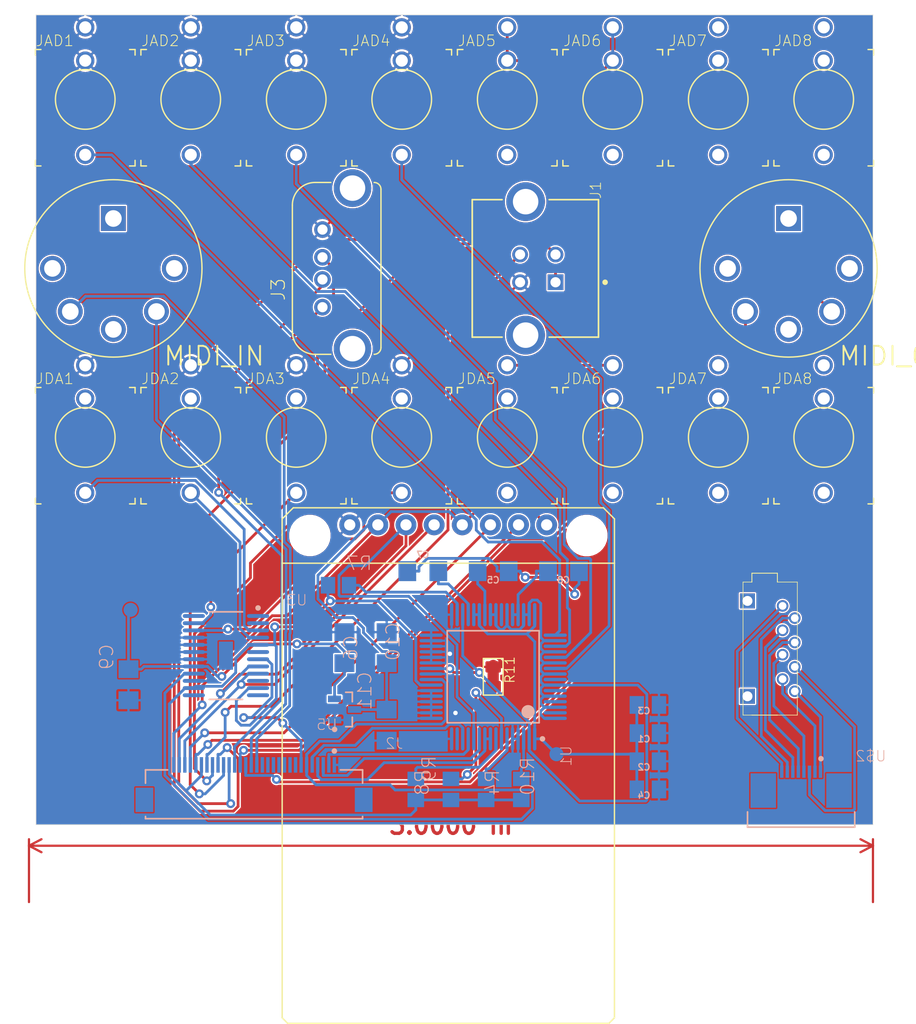
<source format=kicad_pcb>
(kicad_pcb (version 20171130) (host pcbnew "(5.1.4-0-10_14)")
  (layers (0 Top signal) (31 Bottom signal) (34 B.Paste user hide) (35 F.Paste user hide) (36 B.SilkS user hide) (37 F.SilkS user hide) (38 B.Mask user) (39 F.Mask user) (44 Edge.Cuts user hide))
  (net 0 "")
  (net 1 GND)
  (net 2 DA_V1)
  (net 3 DA_V2)
  (net 4 DA_V3)
  (net 5 DA_V4)
  (net 6 AD_V2)
  (net 7 AD_V3)
  (net 8 AD_V4)
  (net 9 DA_V6)
  (net 10 AD_V1)
  (net 11 USB_B_VCC)
  (net 12 USB_B_D-)
  (net 13 USB_B_D+)
  (net 14 TAGND)
  (net 15 DA_V5)
  (net 16 USB_A_VCC)
  (net 17 USB_A_D+)
  (net 18 TFT_CS)
  (net 19 TFT_DC)
  (net 20 SPI0_SCK)
  (net 21 SPI0_MOSI)
  (net 22 VIN)
  (net 23 MIDI_IN_PIN5)
  (net 24 MIDI_IN_PIN4)
  (net 25 MIDI_OUT_PIN5)
  (net 26 MIDI_OUT_PIN4)
  (net 27 USB_A_D-)
  (net 28 SD_DAT1)
  (net 29 SD_DATAOUT)
  (net 30 SD_GND)
  (net 31 SD_CLK)
  (net 32 SD_DATAIN)
  (net 33 SD_VCC)
  (net 34 SD_CS)
  (net 35 SD_DAT2)
  (net 36 3V3)
  (net 37 AD_BUSY)
  (net 38 AD_RESET)
  (net 39 AD_CONVST)
  (net 40 AD_CS)
  (net 41 SPI0_MISO)
  (net 42 AD_OS0)
  (net 43 AD_BYTE_SELECT)
  (net 44 AD_STBY)
  (net 45 AD_RANGE)
  (net 46 AD_V5)
  (net 47 AD_V6)
  (net 48 AD_V7)
  (net 49 AD_V8)
  (net 50 AD_REGCAP2)
  (net 51 AD_REGCAP1)
  (net 52 AD_REFSEL)
  (net 53 AD_REFINOUT)
  (net 54 AD_REFCAP_A)
  (net 55 AVIN)
  (net 56 AD_AGND)
  (net 57 AGND)
  (net 58 DA_SYNC)
  (net 59 AVDD)
  (net 60 AVSS)
  (net 61 VREF)
  (net 62 N$6)
  (module R0805 (layer Top) (at 151.994 128.181)
    (fp_text reference R11 (at 1.016 -1.905 90) (layer F.SilkS) (effects (font (size 0.84455 0.84455) (thickness 0.0929)) (justify right top)))
    (fp_text value 0)
    (fp_line (start 0 -1.016) (end 0 1.016) (layer Top) (width 1.016))
    (pad 2 smd roundrect (at 0 0.889 270) (size 1.016 1.397) (layers Top F.Paste F.Mask) (roundrect_rratio 0.125) (net 56 AD_AGND))
    (pad 1 smd roundrect (at 0 -0.889 270) (size 1.016 1.397) (layers Top F.Paste F.Mask) (roundrect_rratio 0.125) (net 1 GND))
  )
  (module WQP-PJ301M-12_JACK (layer Top) (at 115.164 106.591 180)
    (fp_text reference JDA1 (at 4.5212 4.7244) (layer F.SilkS) (effects (font (size 0.9652 0.9652) (thickness 0.077216)) (justify left bottom)))
    (fp_text value THONKICONNNEW hide)
    (pad P$3_SLEEVE thru_hole circle (at 0 6.5 180) (size 1.65 1.65) (drill 1.1) (layers *.Cu *.Mask) (net 1 GND))
    (pad P$2_SWITCH thru_hole circle (at 0 3.5 180) (size 1.65 1.65) (drill 1.1) (layers *.Cu *.Mask))
    (pad P$1_TIP thru_hole circle (at 0 -5 180) (size 1.65 1.65) (drill 1.1) (layers *.Cu *.Mask) (net 2 DA_V1))
  )
  (module WQP-PJ301M-12_JACK (layer Top) (at 162.789 76.1111 180)
    (fp_text reference JAD6 (at 4.5212 4.7244) (layer F.SilkS) (effects (font (size 0.9652 0.9652) (thickness 0.077216)) (justify left bottom)))
    (fp_text value THONKICONNNEW hide)
    (pad P$3_SLEEVE thru_hole circle (at 0 6.5 180) (size 1.65 1.65) (drill 1.1) (layers *.Cu *.Mask) (net 14 TAGND))
    (pad P$2_SWITCH thru_hole circle (at 0 3.5 180) (size 1.65 1.65) (drill 1.1) (layers *.Cu *.Mask) (net 14 TAGND))
    (pad P$1_TIP thru_hole circle (at 0 -5 180) (size 1.65 1.65) (drill 1.1) (layers *.Cu *.Mask))
  )
  (module WQP-PJ301M-12_JACK (layer Top) (at 124.689 106.591 180)
    (fp_text reference JDA2 (at 4.5212 4.7244) (layer F.SilkS) (effects (font (size 0.9652 0.9652) (thickness 0.077216)) (justify left bottom)))
    (fp_text value THONKICONNNEW hide)
    (pad P$3_SLEEVE thru_hole circle (at 0 6.5 180) (size 1.65 1.65) (drill 1.1) (layers *.Cu *.Mask) (net 1 GND))
    (pad P$2_SWITCH thru_hole circle (at 0 3.5 180) (size 1.65 1.65) (drill 1.1) (layers *.Cu *.Mask))
    (pad P$1_TIP thru_hole circle (at 0 -5 180) (size 1.65 1.65) (drill 1.1) (layers *.Cu *.Mask) (net 3 DA_V2))
  )
  (module WQP-PJ301M-12_JACK (layer Top) (at 134.214 106.591 180)
    (fp_text reference JDA3 (at 4.5212 4.7244) (layer F.SilkS) (effects (font (size 0.9652 0.9652) (thickness 0.077216)) (justify left bottom)))
    (fp_text value THONKICONNNEW hide)
    (pad P$3_SLEEVE thru_hole circle (at 0 6.5 180) (size 1.65 1.65) (drill 1.1) (layers *.Cu *.Mask) (net 1 GND))
    (pad P$2_SWITCH thru_hole circle (at 0 3.5 180) (size 1.65 1.65) (drill 1.1) (layers *.Cu *.Mask))
    (pad P$1_TIP thru_hole circle (at 0 -5 180) (size 1.65 1.65) (drill 1.1) (layers *.Cu *.Mask) (net 4 DA_V3))
  )
  (module WQP-PJ301M-12_JACK (layer Top) (at 143.739 106.591 180)
    (fp_text reference JDA4 (at 4.5212 4.7244) (layer F.SilkS) (effects (font (size 0.9652 0.9652) (thickness 0.077216)) (justify left bottom)))
    (fp_text value THONKICONNNEW hide)
    (pad P$3_SLEEVE thru_hole circle (at 0 6.5 180) (size 1.65 1.65) (drill 1.1) (layers *.Cu *.Mask) (net 1 GND))
    (pad P$2_SWITCH thru_hole circle (at 0 3.5 180) (size 1.65 1.65) (drill 1.1) (layers *.Cu *.Mask))
    (pad P$1_TIP thru_hole circle (at 0 -5 180) (size 1.65 1.65) (drill 1.1) (layers *.Cu *.Mask) (net 5 DA_V4))
  )
  (module WQP-PJ301M-12_JACK (layer Top) (at 115.164 76.1111 180)
    (fp_text reference JAD1 (at 4.5212 4.7244) (layer F.SilkS) (effects (font (size 0.9652 0.9652) (thickness 0.077216)) (justify left bottom)))
    (fp_text value THONKICONNNEW hide)
    (pad P$3_SLEEVE thru_hole circle (at 0 6.5 180) (size 1.65 1.65) (drill 1.1) (layers *.Cu *.Mask) (net 1 GND))
    (pad P$2_SWITCH thru_hole circle (at 0 3.5 180) (size 1.65 1.65) (drill 1.1) (layers *.Cu *.Mask) (net 1 GND))
    (pad P$1_TIP thru_hole circle (at 0 -5 180) (size 1.65 1.65) (drill 1.1) (layers *.Cu *.Mask) (net 10 AD_V1))
  )
  (module WQP-PJ301M-12_JACK (layer Top) (at 124.689 76.1111 180)
    (fp_text reference JAD2 (at 4.5212 4.7244) (layer F.SilkS) (effects (font (size 0.9652 0.9652) (thickness 0.077216)) (justify left bottom)))
    (fp_text value THONKICONNNEW hide)
    (pad P$3_SLEEVE thru_hole circle (at 0 6.5 180) (size 1.65 1.65) (drill 1.1) (layers *.Cu *.Mask) (net 1 GND))
    (pad P$2_SWITCH thru_hole circle (at 0 3.5 180) (size 1.65 1.65) (drill 1.1) (layers *.Cu *.Mask) (net 1 GND))
    (pad P$1_TIP thru_hole circle (at 0 -5 180) (size 1.65 1.65) (drill 1.1) (layers *.Cu *.Mask) (net 6 AD_V2))
  )
  (module WQP-PJ301M-12_JACK (layer Top) (at 134.214 76.1111 180)
    (fp_text reference JAD3 (at 4.5212 4.7244) (layer F.SilkS) (effects (font (size 0.9652 0.9652) (thickness 0.077216)) (justify left bottom)))
    (fp_text value THONKICONNNEW hide)
    (pad P$3_SLEEVE thru_hole circle (at 0 6.5 180) (size 1.65 1.65) (drill 1.1) (layers *.Cu *.Mask) (net 1 GND))
    (pad P$2_SWITCH thru_hole circle (at 0 3.5 180) (size 1.65 1.65) (drill 1.1) (layers *.Cu *.Mask) (net 1 GND))
    (pad P$1_TIP thru_hole circle (at 0 -5 180) (size 1.65 1.65) (drill 1.1) (layers *.Cu *.Mask) (net 7 AD_V3))
  )
  (module WQP-PJ301M-12_JACK (layer Top) (at 143.739 76.1111 180)
    (fp_text reference JAD4 (at 4.5212 4.7244) (layer F.SilkS) (effects (font (size 0.9652 0.9652) (thickness 0.077216)) (justify left bottom)))
    (fp_text value THONKICONNNEW hide)
    (pad P$3_SLEEVE thru_hole circle (at 0 6.5 180) (size 1.65 1.65) (drill 1.1) (layers *.Cu *.Mask) (net 1 GND))
    (pad P$2_SWITCH thru_hole circle (at 0 3.5 180) (size 1.65 1.65) (drill 1.1) (layers *.Cu *.Mask) (net 1 GND))
    (pad P$1_TIP thru_hole circle (at 0 -5 180) (size 1.65 1.65) (drill 1.1) (layers *.Cu *.Mask) (net 8 AD_V4))
  )
  (module WQP-PJ301M-12_JACK (layer Top) (at 153.264 76.1111 180)
    (fp_text reference JAD5 (at 4.5212 4.7244) (layer F.SilkS) (effects (font (size 0.9652 0.9652) (thickness 0.077216)) (justify left bottom)))
    (fp_text value THONKICONNNEW hide)
    (pad P$3_SLEEVE thru_hole circle (at 0 6.5 180) (size 1.65 1.65) (drill 1.1) (layers *.Cu *.Mask) (net 14 TAGND))
    (pad P$2_SWITCH thru_hole circle (at 0 3.5 180) (size 1.65 1.65) (drill 1.1) (layers *.Cu *.Mask) (net 14 TAGND))
    (pad P$1_TIP thru_hole circle (at 0 -5 180) (size 1.65 1.65) (drill 1.1) (layers *.Cu *.Mask))
  )
  (module WQP-PJ301M-12_JACK (layer Top) (at 153.264 106.591 180)
    (fp_text reference JDA5 (at 4.5212 4.7244) (layer F.SilkS) (effects (font (size 0.9652 0.9652) (thickness 0.077216)) (justify left bottom)))
    (fp_text value THONKICONNNEW hide)
    (pad P$3_SLEEVE thru_hole circle (at 0 6.5 180) (size 1.65 1.65) (drill 1.1) (layers *.Cu *.Mask) (net 14 TAGND))
    (pad P$2_SWITCH thru_hole circle (at 0 3.5 180) (size 1.65 1.65) (drill 1.1) (layers *.Cu *.Mask))
    (pad P$1_TIP thru_hole circle (at 0 -5 180) (size 1.65 1.65) (drill 1.1) (layers *.Cu *.Mask) (net 15 DA_V5))
  )
  (module WQP-PJ301M-12_JACK (layer Top) (at 162.789 106.591 180)
    (fp_text reference JDA6 (at 4.5212 4.7244) (layer F.SilkS) (effects (font (size 0.9652 0.9652) (thickness 0.077216)) (justify left bottom)))
    (fp_text value THONKICONNNEW hide)
    (pad P$3_SLEEVE thru_hole circle (at 0 6.5 180) (size 1.65 1.65) (drill 1.1) (layers *.Cu *.Mask) (net 14 TAGND))
    (pad P$2_SWITCH thru_hole circle (at 0 3.5 180) (size 1.65 1.65) (drill 1.1) (layers *.Cu *.Mask))
    (pad P$1_TIP thru_hole circle (at 0 -5 180) (size 1.65 1.65) (drill 1.1) (layers *.Cu *.Mask) (net 9 DA_V6))
  )
  (module WURTH_ELECTRONICS_61400413321_0 (layer Top) (at 155.804 91.3511 270)
    (fp_text reference J1 (at -6.2 -6 90) (layer F.SilkS) (effects (font (size 0.95 0.95) (thickness 0.076)) (justify left bottom)))
    (fp_text value WURTH_ELECTRONICS_61400413321WURTH_ELECTRONICS_61400413321_0_0 hide)
    (pad 3 thru_hole circle (at -1.25 1.38 270) (size 1.42 1.42) (drill 0.92) (layers *.Cu *.Mask) (net 13 USB_B_D+))
    (pad 4 thru_hole circle (at 1.25 1.38 270) (size 1.42 1.42) (drill 0.92) (layers *.Cu *.Mask) (net 1 GND))
    (pad 2 thru_hole circle (at -1.25 -1.82 270) (size 1.42 1.42) (drill 0.92) (layers *.Cu *.Mask) (net 12 USB_B_D-))
    (pad 1 thru_hole rect (at 1.25 -1.82 270) (size 1.42 1.42) (drill 0.92) (layers *.Cu *.Mask) (net 11 USB_B_VCC))
    (pad 6 thru_hole circle (at 6.02 0.88 270) (size 3.5 3.5) (drill 2.3) (layers *.Cu *.Mask))
    (pad 5 thru_hole circle (at -6.02 0.88 270) (size 3.5 3.5) (drill 2.3) (layers *.Cu *.Mask))
  )
  (module USB-A-S-X-X-VT (layer Top) (at 139.294 91.3511 90)
    (fp_text reference J3 (at -3.001018 -6.00205 90) (layer F.SilkS) (effects (font (size 1.206909 1.206909) (thickness 0.096552)) (justify left bottom)))
    (fp_text value USB-A-S-X-X-VT)
    (pad G2 thru_hole circle (at 7.24 0 90) (size 3.4 3.4) (drill 2.3) (layers *.Cu *.Mask))
    (pad G1 thru_hole circle (at -7.24 0 90) (size 3.4 3.4) (drill 2.3) (layers *.Cu *.Mask))
    (pad 4 thru_hole circle (at 3.5 -2.71 90) (size 1.5 1.5) (drill 0.92) (layers *.Cu *.Mask) (net 1 GND))
    (pad 3 thru_hole circle (at 1 -2.71 90) (size 1.5 1.5) (drill 0.92) (layers *.Cu *.Mask) (net 17 USB_A_D+))
    (pad 2 thru_hole circle (at -1 -2.71 90) (size 1.5 1.5) (drill 0.92) (layers *.Cu *.Mask) (net 27 USB_A_D-))
    (pad 1 thru_hole circle (at -3.5 -2.71 90) (size 1.5 1.5) (drill 0.92) (layers *.Cu *.Mask) (net 16 USB_A_VCC))
  )
  (module OG-MIDI_SD-50BV (layer Top) (at 117.704 91.3511 180)
    (fp_text reference MIDI_IN (at -4.445 -8.89) (layer F.SilkS) (effects (font (size 1.6891 1.6891) (thickness 0.16891)) (justify left bottom)))
    (fp_text value OG-MIDI_MAB5SHCUI-SD-50BV hide)
    (pad P$3 thru_hole rect (at 0 4.5 180) (size 2.25 2.25) (drill 1.5) (layers *.Cu *.Mask))
    (pad 5 thru_hole circle (at 3.89 -3.89 180) (size 2.25 2.25) (drill 1.5) (layers *.Cu *.Mask) (net 23 MIDI_IN_PIN5))
    (pad 4 thru_hole circle (at -3.89 -3.89 180) (size 2.25 2.25) (drill 1.5) (layers *.Cu *.Mask) (net 24 MIDI_IN_PIN4))
    (pad 3 thru_hole circle (at 5.5 0 180) (size 2.25 2.25) (drill 1.5) (layers *.Cu *.Mask))
    (pad 2 thru_hole circle (at 0 -5.5 270) (size 2.25 2.25) (drill 1.5) (layers *.Cu *.Mask))
    (pad 1 thru_hole circle (at -5.5 0 180) (size 2.25 2.25) (drill 1.5) (layers *.Cu *.Mask))
  )
  (module OG-MIDI_SD-50BV (layer Top) (at 178.664 91.3511 180)
    (fp_text reference MIDI_OUT (at -4.445 -8.89) (layer F.SilkS) (effects (font (size 1.6891 1.6891) (thickness 0.16891)) (justify left bottom)))
    (fp_text value OG-MIDI_MAB5SHCUI-SD-50BV hide)
    (pad P$3 thru_hole rect (at 0 4.5 180) (size 2.25 2.25) (drill 1.5) (layers *.Cu *.Mask))
    (pad 5 thru_hole circle (at 3.89 -3.89 180) (size 2.25 2.25) (drill 1.5) (layers *.Cu *.Mask) (net 25 MIDI_OUT_PIN5))
    (pad 4 thru_hole circle (at -3.89 -3.89 180) (size 2.25 2.25) (drill 1.5) (layers *.Cu *.Mask) (net 26 MIDI_OUT_PIN4))
    (pad 3 thru_hole circle (at 5.5 0 180) (size 2.25 2.25) (drill 1.5) (layers *.Cu *.Mask))
    (pad 2 thru_hole circle (at 0 -5.5 270) (size 2.25 2.25) (drill 1.5) (layers *.Cu *.Mask))
    (pad 1 thru_hole circle (at -5.5 0 180) (size 2.25 2.25) (drill 1.5) (layers *.Cu *.Mask))
  )
  (module MOLEX_52892-3033_0 (layer Bottom) (at 130.404 137.706 180)
    (fp_text reference J2 (at -11.8 2.95) (layer B.SilkS) (effects (font (size 0.95 0.95) (thickness 0.076)) (justify right bottom mirror)))
    (fp_text value MOLEX_52892-3033MOLEX_52892-3033_0_0 hide)
    (pad MP2 smd rect (at 9.9 -1.575 180) (size 1.6 2.2) (layers Bottom B.Paste B.Mask))
    (pad MP1 smd rect (at -9.9 -1.575 180) (size 1.6 2.2) (layers Bottom B.Paste B.Mask))
    (pad 10 smd rect (at -2.75 1.575 180) (size 0.3 1.4) (layers Bottom B.Paste B.Mask))
    (pad 9 smd rect (at -3.25 1.575 180) (size 0.3 1.4) (layers Bottom B.Paste B.Mask))
    (pad 8 smd rect (at -3.75 1.575 180) (size 0.3 1.4) (layers Bottom B.Paste B.Mask) (net 62 N$6))
    (pad 7 smd rect (at -4.25 1.575 180) (size 0.3 1.4) (layers Bottom B.Paste B.Mask) (net 58 DA_SYNC))
    (pad 6 smd rect (at -4.75 1.575 180) (size 0.3 1.4) (layers Bottom B.Paste B.Mask) (net 41 SPI0_MISO))
    (pad 5 smd rect (at -5.25 1.575 180) (size 0.3 1.4) (layers Bottom B.Paste B.Mask) (net 37 AD_BUSY))
    (pad 4 smd rect (at -5.75 1.575 180) (size 0.3 1.4) (layers Bottom B.Paste B.Mask) (net 39 AD_CONVST))
    (pad 3 smd rect (at -6.25 1.575 180) (size 0.3 1.4) (layers Bottom B.Paste B.Mask) (net 38 AD_RESET))
    (pad 2 smd rect (at -6.75 1.575 180) (size 0.3 1.4) (layers Bottom B.Paste B.Mask) (net 40 AD_CS))
    (pad 1 smd rect (at -7.25 1.575 180) (size 0.3 1.4) (layers Bottom B.Paste B.Mask) (net 1 GND))
    (pad 11 smd rect (at -2.25 1.575 180) (size 0.3 1.4) (layers Bottom B.Paste B.Mask))
    (pad 12 smd rect (at -1.75 1.575 180) (size 0.3 1.4) (layers Bottom B.Paste B.Mask))
    (pad 13 smd rect (at -1.25 1.575 180) (size 0.3 1.4) (layers Bottom B.Paste B.Mask))
    (pad 14 smd rect (at -0.75 1.575 180) (size 0.3 1.4) (layers Bottom B.Paste B.Mask))
    (pad 15 smd rect (at -0.25 1.575 180) (size 0.3 1.4) (layers Bottom B.Paste B.Mask) (net 23 MIDI_IN_PIN5))
    (pad 16 smd rect (at 0.25 1.575 180) (size 0.3 1.4) (layers Bottom B.Paste B.Mask) (net 24 MIDI_IN_PIN4))
    (pad 17 smd rect (at 0.75 1.575 180) (size 0.3 1.4) (layers Bottom B.Paste B.Mask) (net 25 MIDI_OUT_PIN5))
    (pad 18 smd rect (at 1.25 1.575 180) (size 0.3 1.4) (layers Bottom B.Paste B.Mask) (net 26 MIDI_OUT_PIN4))
    (pad 19 smd rect (at 1.75 1.575 180) (size 0.3 1.4) (layers Bottom B.Paste B.Mask) (net 16 USB_A_VCC))
    (pad 20 smd rect (at 2.25 1.575 180) (size 0.3 1.4) (layers Bottom B.Paste B.Mask) (net 27 USB_A_D-))
    (pad 21 smd rect (at 2.75 1.575 180) (size 0.3 1.4) (layers Bottom B.Paste B.Mask) (net 17 USB_A_D+))
    (pad 22 smd rect (at 3.25 1.575 180) (size 0.3 1.4) (layers Bottom B.Paste B.Mask) (net 11 USB_B_VCC))
    (pad 23 smd rect (at 3.75 1.575 180) (size 0.3 1.4) (layers Bottom B.Paste B.Mask) (net 12 USB_B_D-))
    (pad 24 smd rect (at 4.25 1.575 180) (size 0.3 1.4) (layers Bottom B.Paste B.Mask) (net 13 USB_B_D+))
    (pad 25 smd rect (at 4.75 1.575 180) (size 0.3 1.4) (layers Bottom B.Paste B.Mask) (net 36 3V3))
    (pad 26 smd rect (at 5.25 1.575 180) (size 0.3 1.4) (layers Bottom B.Paste B.Mask) (net 18 TFT_CS))
    (pad 27 smd rect (at 5.75 1.575 180) (size 0.3 1.4) (layers Bottom B.Paste B.Mask) (net 19 TFT_DC))
    (pad 28 smd rect (at 6.25 1.575 180) (size 0.3 1.4) (layers Bottom B.Paste B.Mask) (net 21 SPI0_MOSI))
    (pad 29 smd rect (at 6.75 1.575 180) (size 0.3 1.4) (layers Bottom B.Paste B.Mask) (net 20 SPI0_SCK))
    (pad 30 smd rect (at 7.25 1.575 180) (size 0.3 1.4) (layers Bottom B.Paste B.Mask) (net 22 VIN))
  )
  (module ST7735 (layer Top) (at 132.944 112.941)
    (fp_text reference J4 hide)
    (fp_text value "" hide)
    (pad "" np_thru_hole circle (at 27.5 43.5) (size 4 4) (drill 4) (layers *.Cu *.Mask))
    (pad "" np_thru_hole circle (at 2.5 43.5) (size 3.5 3.5) (drill 3.5) (layers *.Cu *.Mask))
    (pad "" np_thru_hole circle (at 27.5 2.5) (size 3.5 3.5) (drill 3.5) (layers *.Cu *.Mask))
    (pad "" np_thru_hole circle (at 2.5 2.5) (size 3.5 3.5) (drill 3.5) (layers *.Cu *.Mask))
    (pad 8 thru_hole circle (at 23.88 1.54 90) (size 1.8796 1.8796) (drill 1.016) (layers *.Cu *.Mask) (net 22 VIN))
    (pad 7 thru_hole circle (at 21.34 1.54 90) (size 1.8796 1.8796) (drill 1.016) (layers *.Cu *.Mask) (net 18 TFT_CS))
    (pad 6 thru_hole circle (at 18.8 1.54 90) (size 1.8796 1.8796) (drill 1.016) (layers *.Cu *.Mask) (net 19 TFT_DC))
    (pad 5 thru_hole circle (at 16.26 1.54 90) (size 1.8796 1.8796) (drill 1.016) (layers *.Cu *.Mask) (net 22 VIN))
    (pad 4 thru_hole circle (at 13.72 1.54 90) (size 1.8796 1.8796) (drill 1.016) (layers *.Cu *.Mask) (net 21 SPI0_MOSI))
    (pad 3 thru_hole circle (at 11.18 1.54 90) (size 1.8796 1.8796) (drill 1.016) (layers *.Cu *.Mask) (net 20 SPI0_SCK))
    (pad 2 thru_hole circle (at 8.64 1.54 90) (size 1.8796 1.8796) (drill 1.016) (layers *.Cu *.Mask) (net 22 VIN))
    (pad 1 thru_hole circle (at 6.1 1.54 90) (size 1.8796 1.8796) (drill 1.016) (layers *.Cu *.Mask) (net 1 GND))
  )
  (module YAMAICHI_MICROSD_VERTICAL (layer Top) (at 178.125 125.641 270)
    (fp_text reference U$1 hide)
    (fp_text value YAMAICHI_SD_CARD hide)
    (pad P$8 thru_hole circle (at 3.85 -1.1 270) (size 1.05 1.05) (drill 0.7) (layers *.Cu *.Mask) (net 28 SD_DAT1))
    (pad P$7 thru_hole circle (at 2.75 0 270) (size 1.05 1.05) (drill 0.7) (layers *.Cu *.Mask) (net 29 SD_DATAOUT))
    (pad P$6 thru_hole circle (at 1.65 -1.1 270) (size 1.05 1.05) (drill 0.7) (layers *.Cu *.Mask) (net 30 SD_GND))
    (pad P$5 thru_hole circle (at 0.55 0 270) (size 1.05 1.05) (drill 0.7) (layers *.Cu *.Mask) (net 31 SD_CLK))
    (pad P$4 thru_hole circle (at -0.55 -1.1 270) (size 1.05 1.05) (drill 0.7) (layers *.Cu *.Mask) (net 33 SD_VCC))
    (pad P$3 thru_hole circle (at -1.65 0 270) (size 1.05 1.05) (drill 0.7) (layers *.Cu *.Mask) (net 32 SD_DATAIN))
    (pad P$2 thru_hole circle (at -2.75 -1.1 270) (size 1.05 1.05) (drill 0.7) (layers *.Cu *.Mask) (net 34 SD_CS))
    (pad P$1 thru_hole circle (at -3.85 0 270) (size 1.05 1.05) (drill 0.7) (layers *.Cu *.Mask) (net 35 SD_DAT2))
    (pad GND2 thru_hole rect (at 4.3 3.17 270) (size 1.35 1.35) (drill 0.9) (layers *.Cu *.Mask))
    (pad GND1 thru_hole rect (at -4.3 3.17 270) (size 1.35 1.35) (drill 0.9) (layers *.Cu *.Mask))
  )
  (module TE_1-1734592-8 (layer Bottom) (at 179.299 139.294 180)
    (fp_text reference U$2 (at -5.34 3.4) (layer B.SilkS) (effects (font (size 0.95 0.95) (thickness 0.076)) (justify right bottom mirror)))
    (fp_text value 1734592-8 hide)
    (pad 10 smd rect (at 2.92 0.85 180) (size 2.3 3.1) (layers Bottom B.Paste B.Mask))
    (pad 9 smd rect (at -3.92 0.85 180) (size 2.3 3.1) (layers Bottom B.Paste B.Mask))
    (pad 8 smd rect (at 1.25 2.55 180) (size 0.3 1.1) (layers Bottom B.Paste B.Mask) (net 35 SD_DAT2))
    (pad 7 smd rect (at 0.75 2.55 180) (size 0.3 1.1) (layers Bottom B.Paste B.Mask) (net 34 SD_CS))
    (pad 6 smd rect (at 0.25 2.55 180) (size 0.3 1.1) (layers Bottom B.Paste B.Mask) (net 32 SD_DATAIN))
    (pad 5 smd rect (at -0.25 2.55 180) (size 0.3 1.1) (layers Bottom B.Paste B.Mask) (net 33 SD_VCC))
    (pad 4 smd rect (at -0.75 2.55 180) (size 0.3 1.1) (layers Bottom B.Paste B.Mask) (net 31 SD_CLK))
    (pad 3 smd rect (at -1.25 2.55 180) (size 0.3 1.1) (layers Bottom B.Paste B.Mask) (net 30 SD_GND))
    (pad 2 smd rect (at -1.75 2.55 180) (size 0.3 1.1) (layers Bottom B.Paste B.Mask) (net 29 SD_DATAOUT))
    (pad 1 smd rect (at -2.25 2.55 180) (size 0.3 1.1) (layers Bottom B.Paste B.Mask) (net 28 SD_DAT1))
  )
  (module WQP-PJ301M-12_JACK (layer Top) (at 172.314 106.591 180)
    (fp_text reference JDA7 (at 4.5212 4.7244) (layer F.SilkS) (effects (font (size 0.9652 0.9652) (thickness 0.077216)) (justify left bottom)))
    (fp_text value THONKICONNNEW hide)
    (pad P$3_SLEEVE thru_hole circle (at 0 6.5 180) (size 1.65 1.65) (drill 1.1) (layers *.Cu *.Mask))
    (pad P$2_SWITCH thru_hole circle (at 0 3.5 180) (size 1.65 1.65) (drill 1.1) (layers *.Cu *.Mask))
    (pad P$1_TIP thru_hole circle (at 0 -5 180) (size 1.65 1.65) (drill 1.1) (layers *.Cu *.Mask))
  )
  (module WQP-PJ301M-12_JACK (layer Top) (at 181.839 106.591 180)
    (fp_text reference JDA8 (at 4.5212 4.7244) (layer F.SilkS) (effects (font (size 0.9652 0.9652) (thickness 0.077216)) (justify left bottom)))
    (fp_text value THONKICONNNEW hide)
    (pad P$3_SLEEVE thru_hole circle (at 0 6.5 180) (size 1.65 1.65) (drill 1.1) (layers *.Cu *.Mask))
    (pad P$2_SWITCH thru_hole circle (at 0 3.5 180) (size 1.65 1.65) (drill 1.1) (layers *.Cu *.Mask))
    (pad P$1_TIP thru_hole circle (at 0 -5 180) (size 1.65 1.65) (drill 1.1) (layers *.Cu *.Mask))
  )
  (module WQP-PJ301M-12_JACK (layer Top) (at 172.314 76.1111 180)
    (fp_text reference JAD7 (at 4.5212 4.7244) (layer F.SilkS) (effects (font (size 0.9652 0.9652) (thickness 0.077216)) (justify left bottom)))
    (fp_text value THONKICONNNEW hide)
    (pad P$3_SLEEVE thru_hole circle (at 0 6.5 180) (size 1.65 1.65) (drill 1.1) (layers *.Cu *.Mask))
    (pad P$2_SWITCH thru_hole circle (at 0 3.5 180) (size 1.65 1.65) (drill 1.1) (layers *.Cu *.Mask))
    (pad P$1_TIP thru_hole circle (at 0 -5 180) (size 1.65 1.65) (drill 1.1) (layers *.Cu *.Mask))
  )
  (module WQP-PJ301M-12_JACK (layer Top) (at 181.839 76.1111 180)
    (fp_text reference JAD8 (at 4.5212 4.7244) (layer F.SilkS) (effects (font (size 0.9652 0.9652) (thickness 0.077216)) (justify left bottom)))
    (fp_text value THONKICONNNEW hide)
    (pad P$3_SLEEVE thru_hole circle (at 0 6.5 180) (size 1.65 1.65) (drill 1.1) (layers *.Cu *.Mask))
    (pad P$2_SWITCH thru_hole circle (at 0 3.5 180) (size 1.65 1.65) (drill 1.1) (layers *.Cu *.Mask))
    (pad P$1_TIP thru_hole circle (at 0 -5 180) (size 1.65 1.65) (drill 1.1) (layers *.Cu *.Mask))
  )
  (module C0805K (layer Bottom) (at 165.964 135.801)
    (fp_text reference C2 (at -1 0.875) (layer B.SilkS) (effects (font (size 0.57912 0.57912) (thickness 0.115824)) (justify right bottom mirror)))
    (fp_text value 0.1u hide)
    (pad 2 smd rect (at 1 0) (size 1.3 1.6) (layers Bottom B.Paste B.Mask) (net 1 GND))
    (pad 1 smd rect (at -1 0) (size 1.3 1.6) (layers Bottom B.Paste B.Mask) (net 55 AVIN))
  )
  (module 1206 (layer Bottom) (at 151.994 118.656)
    (fp_text reference C5 (at 0 1.143) (layer B.SilkS) (effects (font (size 0.57912 0.57912) (thickness 0.115824)) (justify bottom mirror)))
    (fp_text value 1.0uF)
    (pad 2 smd rect (at 1.4 0) (size 1.6 1.8) (layers Bottom B.Paste B.Mask) (net 57 AGND))
    (pad 1 smd rect (at -1.4 0) (size 1.6 1.8) (layers Bottom B.Paste B.Mask) (net 50 AD_REGCAP2))
  )
  (module C0805K (layer Bottom) (at 165.964 130.721)
    (fp_text reference C3 (at -1 0.875) (layer B.SilkS) (effects (font (size 0.57912 0.57912) (thickness 0.115824)) (justify right bottom mirror)))
    (fp_text value 0.1u hide)
    (pad 2 smd rect (at 1 0) (size 1.3 1.6) (layers Bottom B.Paste B.Mask) (net 1 GND))
    (pad 1 smd rect (at -1 0) (size 1.3 1.6) (layers Bottom B.Paste B.Mask) (net 55 AVIN))
  )
  (module 1206 (layer Bottom) (at 145.644 118.656 180)
    (fp_text reference C7 (at 0 1.143) (layer B.SilkS) (effects (font (size 0.57912 0.57912) (thickness 0.115824)) (justify bottom mirror)))
    (fp_text value 1.0uF)
    (pad 2 smd rect (at 1.4 0 180) (size 1.6 1.8) (layers Bottom B.Paste B.Mask) (net 57 AGND))
    (pad 1 smd rect (at -1.4 0 180) (size 1.6 1.8) (layers Bottom B.Paste B.Mask) (net 51 AD_REGCAP1))
  )
  (module C0805K (layer Bottom) (at 165.964 138.341)
    (fp_text reference C4 (at -1 0.875) (layer B.SilkS) (effects (font (size 0.57912 0.57912) (thickness 0.115824)) (justify right bottom mirror)))
    (fp_text value 0.1u hide)
    (pad 2 smd rect (at 1 0) (size 1.3 1.6) (layers Bottom B.Paste B.Mask) (net 1 GND))
    (pad 1 smd rect (at -1 0) (size 1.3 1.6) (layers Bottom B.Paste B.Mask) (net 55 AVIN))
  )
  (module 1206 (layer Bottom) (at 158.344 118.656)
    (fp_text reference C8 (at 0 1.143) (layer B.SilkS) (effects (font (size 0.57912 0.57912) (thickness 0.115824)) (justify bottom mirror)))
    (fp_text value 10uF)
    (pad 2 smd rect (at 1.4 0) (size 1.6 1.8) (layers Bottom B.Paste B.Mask) (net 57 AGND))
    (pad 1 smd rect (at -1.4 0) (size 1.6 1.8) (layers Bottom B.Paste B.Mask) (net 54 AD_REFCAP_A))
  )
  (module C0805K (layer Bottom) (at 165.964 133.261)
    (fp_text reference C1 (at -1 0.875) (layer B.SilkS) (effects (font (size 0.57912 0.57912) (thickness 0.115824)) (justify right bottom mirror)))
    (fp_text value 0.1u hide)
    (pad 2 smd rect (at 1 0) (size 1.3 1.6) (layers Bottom B.Paste B.Mask) (net 1 GND))
    (pad 1 smd rect (at -1 0) (size 1.3 1.6) (layers Bottom B.Paste B.Mask) (net 55 AVIN))
  )
  (module R0805 (layer Bottom) (at 151.359 138.341 90)
    (fp_text reference R4 (at -0.635 1.27 90) (layer B.SilkS) (effects (font (size 1.2065 1.2065) (thickness 0.09652)) (justify right bottom mirror)))
    (fp_text value 4.7k)
    (pad 2 smd rect (at 0.95 0 90) (size 1.3 1.5) (layers Bottom B.Paste B.Mask) (net 43 AD_BYTE_SELECT))
    (pad 1 smd rect (at -0.95 0 90) (size 1.3 1.5) (layers Bottom B.Paste B.Mask) (net 36 3V3))
  )
  (module R0805 (layer Bottom) (at 138.024 119.926 180)
    (fp_text reference R7 (at -0.635 1.27) (layer B.SilkS) (effects (font (size 1.2065 1.2065) (thickness 0.09652)) (justify right bottom mirror)))
    (fp_text value 4.7k)
    (pad 2 smd rect (at 0.95 0 180) (size 1.3 1.5) (layers Bottom B.Paste B.Mask) (net 36 3V3))
    (pad 1 smd rect (at -0.95 0 180) (size 1.3 1.5) (layers Bottom B.Paste B.Mask) (net 52 AD_REFSEL))
  )
  (module R0805 (layer Bottom) (at 145.009 138.341 90)
    (fp_text reference R8 (at -0.635 1.27 90) (layer B.SilkS) (effects (font (size 1.2065 1.2065) (thickness 0.09652)) (justify right bottom mirror)))
    (fp_text value 4.7k)
    (pad 2 smd rect (at 0.95 0 90) (size 1.3 1.5) (layers Bottom B.Paste B.Mask) (net 45 AD_RANGE))
    (pad 1 smd rect (at -0.95 0 90) (size 1.3 1.5) (layers Bottom B.Paste B.Mask) (net 36 3V3))
  )
  (module R0805 (layer Bottom) (at 148.184 138.341 270)
    (fp_text reference R9 (at -0.635 1.27 90) (layer B.SilkS) (effects (font (size 1.2065 1.2065) (thickness 0.09652)) (justify right bottom mirror)))
    (fp_text value 4.7k)
    (pad 2 smd rect (at 0.95 0 270) (size 1.3 1.5) (layers Bottom B.Paste B.Mask) (net 36 3V3))
    (pad 1 smd rect (at -0.95 0 270) (size 1.3 1.5) (layers Bottom B.Paste B.Mask) (net 44 AD_STBY))
  )
  (module R0805 (layer Bottom) (at 154.534 138.341 90)
    (fp_text reference R10 (at -0.635 1.27 90) (layer B.SilkS) (effects (font (size 1.2065 1.2065) (thickness 0.09652)) (justify right bottom mirror)))
    (fp_text value 4.7k)
    (pad 2 smd rect (at 0.95 0 90) (size 1.3 1.5) (layers Bottom B.Paste B.Mask) (net 42 AD_OS0))
    (pad 1 smd rect (at -0.95 0 90) (size 1.3 1.5) (layers Bottom B.Paste B.Mask) (net 36 3V3))
  )
  (module PAD.03X.05 (layer Bottom) (at 157.709 135.166)
    (fp_text reference TP1 hide)
    (fp_text value TEST-POINT3X5 hide)
    (pad P$1 smd roundrect (at 0 0) (size 1.27 1.27) (layers Bottom B.Mask) (roundrect_rratio 0.5) (net 55 AVIN))
  )
  (module ANALOG_DEVICES_AD7606BSTZ_2 (layer Bottom) (at 151.994 128.181 90)
    (fp_text reference U1 (at -8.15 7.15 90) (layer B.SilkS) (effects (font (size 0.95 0.95) (thickness 0.076)) (justify right bottom mirror)))
    (fp_text value ANALOG_DEVICES_AD7606BSTZANALOG_DEVICES_AD7606BSTZ_0_2 hide)
    (pad 1 smd roundrect (at -5.6 3.75) (size 0.3 2.1) (layers Bottom B.Paste B.Mask) (roundrect_rratio 0.5) (net 55 AVIN))
    (pad 2 smd roundrect (at -5.6 3.25) (size 0.3 2.1) (layers Bottom B.Paste B.Mask) (roundrect_rratio 0.5) (net 56 AD_AGND))
    (pad 3 smd roundrect (at -5.6 2.75) (size 0.3 2.1) (layers Bottom B.Paste B.Mask) (roundrect_rratio 0.5) (net 42 AD_OS0))
    (pad 4 smd roundrect (at -5.6 2.25) (size 0.3 2.1) (layers Bottom B.Paste B.Mask) (roundrect_rratio 0.5) (net 1 GND))
    (pad 5 smd roundrect (at -5.6 1.75) (size 0.3 2.1) (layers Bottom B.Paste B.Mask) (roundrect_rratio 0.5) (net 1 GND))
    (pad 6 smd roundrect (at -5.6 1.25) (size 0.3 2.1) (layers Bottom B.Paste B.Mask) (roundrect_rratio 0.5) (net 43 AD_BYTE_SELECT))
    (pad 7 smd roundrect (at -5.6 0.75) (size 0.3 2.1) (layers Bottom B.Paste B.Mask) (roundrect_rratio 0.5) (net 44 AD_STBY))
    (pad 8 smd roundrect (at -5.6 0.25) (size 0.3 2.1) (layers Bottom B.Paste B.Mask) (roundrect_rratio 0.5) (net 45 AD_RANGE))
    (pad 9 smd roundrect (at -5.6 -0.25) (size 0.3 2.1) (layers Bottom B.Paste B.Mask) (roundrect_rratio 0.5) (net 39 AD_CONVST))
    (pad 10 smd roundrect (at -5.6 -0.75) (size 0.3 2.1) (layers Bottom B.Paste B.Mask) (roundrect_rratio 0.5) (net 39 AD_CONVST))
    (pad 11 smd roundrect (at -5.6 -1.25) (size 0.3 2.1) (layers Bottom B.Paste B.Mask) (roundrect_rratio 0.5) (net 38 AD_RESET))
    (pad 12 smd roundrect (at -5.6 -1.75) (size 0.3 2.1) (layers Bottom B.Paste B.Mask) (roundrect_rratio 0.5) (net 20 SPI0_SCK))
    (pad 13 smd roundrect (at -5.6 -2.25) (size 0.3 2.1) (layers Bottom B.Paste B.Mask) (roundrect_rratio 0.5) (net 40 AD_CS))
    (pad 14 smd roundrect (at -5.6 -2.75) (size 0.3 2.1) (layers Bottom B.Paste B.Mask) (roundrect_rratio 0.5) (net 37 AD_BUSY))
    (pad 15 smd roundrect (at -5.6 -3.25) (size 0.3 2.1) (layers Bottom B.Paste B.Mask) (roundrect_rratio 0.5))
    (pad 16 smd roundrect (at -5.6 -3.75) (size 0.3 2.1) (layers Bottom B.Paste B.Mask) (roundrect_rratio 0.5) (net 1 GND))
    (pad 17 smd roundrect (at -3.75 -5.6 90) (size 0.3 2.1) (layers Bottom B.Paste B.Mask) (roundrect_rratio 0.5) (net 1 GND))
    (pad 18 smd roundrect (at -3.25 -5.6 90) (size 0.3 2.1) (layers Bottom B.Paste B.Mask) (roundrect_rratio 0.5) (net 1 GND))
    (pad 19 smd roundrect (at -2.75 -5.6 90) (size 0.3 2.1) (layers Bottom B.Paste B.Mask) (roundrect_rratio 0.5) (net 1 GND))
    (pad 20 smd roundrect (at -2.25 -5.6 90) (size 0.3 2.1) (layers Bottom B.Paste B.Mask) (roundrect_rratio 0.5) (net 1 GND))
    (pad 21 smd roundrect (at -1.75 -5.6 90) (size 0.3 2.1) (layers Bottom B.Paste B.Mask) (roundrect_rratio 0.5) (net 1 GND))
    (pad 22 smd roundrect (at -1.25 -5.6 90) (size 0.3 2.1) (layers Bottom B.Paste B.Mask) (roundrect_rratio 0.5) (net 1 GND))
    (pad 23 smd roundrect (at -0.75 -5.6 90) (size 0.3 2.1) (layers Bottom B.Paste B.Mask) (roundrect_rratio 0.5) (net 36 3V3))
    (pad 24 smd roundrect (at -0.25 -5.6 90) (size 0.3 2.1) (layers Bottom B.Paste B.Mask) (roundrect_rratio 0.5) (net 41 SPI0_MISO))
    (pad 25 smd roundrect (at 0.25 -5.6 90) (size 0.3 2.1) (layers Bottom B.Paste B.Mask) (roundrect_rratio 0.5) (net 1 GND))
    (pad 26 smd roundrect (at 0.75 -5.6 90) (size 0.3 2.1) (layers Bottom B.Paste B.Mask) (roundrect_rratio 0.5) (net 56 AD_AGND))
    (pad 27 smd roundrect (at 1.25 -5.6 90) (size 0.3 2.1) (layers Bottom B.Paste B.Mask) (roundrect_rratio 0.5) (net 1 GND))
    (pad 28 smd roundrect (at 1.75 -5.6 90) (size 0.3 2.1) (layers Bottom B.Paste B.Mask) (roundrect_rratio 0.5) (net 1 GND))
    (pad 29 smd roundrect (at 2.25 -5.6 90) (size 0.3 2.1) (layers Bottom B.Paste B.Mask) (roundrect_rratio 0.5) (net 1 GND))
    (pad 30 smd roundrect (at 2.75 -5.6 90) (size 0.3 2.1) (layers Bottom B.Paste B.Mask) (roundrect_rratio 0.5) (net 1 GND))
    (pad 31 smd roundrect (at 3.25 -5.6 90) (size 0.3 2.1) (layers Bottom B.Paste B.Mask) (roundrect_rratio 0.5) (net 1 GND))
    (pad 32 smd roundrect (at 3.75 -5.6 90) (size 0.3 2.1) (layers Bottom B.Paste B.Mask) (roundrect_rratio 0.5) (net 1 GND))
    (pad 33 smd roundrect (at 5.6 -3.75) (size 0.3 2.1) (layers Bottom B.Paste B.Mask) (roundrect_rratio 0.5) (net 1 GND))
    (pad 34 smd roundrect (at 5.6 -3.25) (size 0.3 2.1) (layers Bottom B.Paste B.Mask) (roundrect_rratio 0.5) (net 52 AD_REFSEL))
    (pad 35 smd roundrect (at 5.6 -2.75) (size 0.3 2.1) (layers Bottom B.Paste B.Mask) (roundrect_rratio 0.5) (net 56 AD_AGND))
    (pad 36 smd roundrect (at 5.6 -2.25) (size 0.3 2.1) (layers Bottom B.Paste B.Mask) (roundrect_rratio 0.5) (net 51 AD_REGCAP1))
    (pad 37 smd roundrect (at 5.6 -1.75) (size 0.3 2.1) (layers Bottom B.Paste B.Mask) (roundrect_rratio 0.5) (net 55 AVIN))
    (pad 38 smd roundrect (at 5.6 -1.25) (size 0.3 2.1) (layers Bottom B.Paste B.Mask) (roundrect_rratio 0.5) (net 55 AVIN))
    (pad 39 smd roundrect (at 5.6 -0.75) (size 0.3 2.1) (layers Bottom B.Paste B.Mask) (roundrect_rratio 0.5) (net 50 AD_REGCAP2))
    (pad 40 smd roundrect (at 5.6 -0.25) (size 0.3 2.1) (layers Bottom B.Paste B.Mask) (roundrect_rratio 0.5) (net 56 AD_AGND))
    (pad 41 smd roundrect (at 5.6 0.25) (size 0.3 2.1) (layers Bottom B.Paste B.Mask) (roundrect_rratio 0.5) (net 56 AD_AGND))
    (pad 42 smd roundrect (at 5.6 0.75) (size 0.3 2.1) (layers Bottom B.Paste B.Mask) (roundrect_rratio 0.5) (net 53 AD_REFINOUT))
    (pad 43 smd roundrect (at 5.6 1.25) (size 0.3 2.1) (layers Bottom B.Paste B.Mask) (roundrect_rratio 0.5) (net 56 AD_AGND))
    (pad 44 smd roundrect (at 5.6 1.75) (size 0.3 2.1) (layers Bottom B.Paste B.Mask) (roundrect_rratio 0.5) (net 54 AD_REFCAP_A))
    (pad 45 smd roundrect (at 5.6 2.25) (size 0.3 2.1) (layers Bottom B.Paste B.Mask) (roundrect_rratio 0.5) (net 54 AD_REFCAP_A))
    (pad 46 smd roundrect (at 5.6 2.75) (size 0.3 2.1) (layers Bottom B.Paste B.Mask) (roundrect_rratio 0.5) (net 56 AD_AGND))
    (pad 47 smd roundrect (at 5.6 3.25) (size 0.3 2.1) (layers Bottom B.Paste B.Mask) (roundrect_rratio 0.5) (net 56 AD_AGND))
    (pad 48 smd roundrect (at 5.6 3.75) (size 0.3 2.1) (layers Bottom B.Paste B.Mask) (roundrect_rratio 0.5) (net 55 AVIN))
    (pad 49 smd roundrect (at 3.75 5.6 90) (size 0.3 2.1) (layers Bottom B.Paste B.Mask) (roundrect_rratio 0.5) (net 10 AD_V1))
    (pad 50 smd roundrect (at 3.25 5.6 90) (size 0.3 2.1) (layers Bottom B.Paste B.Mask) (roundrect_rratio 0.5) (net 56 AD_AGND))
    (pad 51 smd roundrect (at 2.75 5.6 90) (size 0.3 2.1) (layers Bottom B.Paste B.Mask) (roundrect_rratio 0.5) (net 6 AD_V2))
    (pad 52 smd roundrect (at 2.25 5.6 90) (size 0.3 2.1) (layers Bottom B.Paste B.Mask) (roundrect_rratio 0.5) (net 56 AD_AGND))
    (pad 53 smd roundrect (at 1.75 5.6 90) (size 0.3 2.1) (layers Bottom B.Paste B.Mask) (roundrect_rratio 0.5) (net 7 AD_V3))
    (pad 54 smd roundrect (at 1.25 5.6 90) (size 0.3 2.1) (layers Bottom B.Paste B.Mask) (roundrect_rratio 0.5) (net 56 AD_AGND))
    (pad 55 smd roundrect (at 0.75 5.6 90) (size 0.3 2.1) (layers Bottom B.Paste B.Mask) (roundrect_rratio 0.5) (net 8 AD_V4))
    (pad 56 smd roundrect (at 0.25 5.6 90) (size 0.3 2.1) (layers Bottom B.Paste B.Mask) (roundrect_rratio 0.5) (net 56 AD_AGND))
    (pad 57 smd roundrect (at -0.25 5.6 90) (size 0.3 2.1) (layers Bottom B.Paste B.Mask) (roundrect_rratio 0.5) (net 46 AD_V5))
    (pad 58 smd roundrect (at -0.75 5.6 90) (size 0.3 2.1) (layers Bottom B.Paste B.Mask) (roundrect_rratio 0.5) (net 56 AD_AGND))
    (pad 59 smd roundrect (at -1.25 5.6 90) (size 0.3 2.1) (layers Bottom B.Paste B.Mask) (roundrect_rratio 0.5) (net 47 AD_V6))
    (pad 60 smd roundrect (at -1.75 5.6 90) (size 0.3 2.1) (layers Bottom B.Paste B.Mask) (roundrect_rratio 0.5) (net 56 AD_AGND))
    (pad 61 smd roundrect (at -2.25 5.6 90) (size 0.3 2.1) (layers Bottom B.Paste B.Mask) (roundrect_rratio 0.5) (net 48 AD_V7))
    (pad 62 smd roundrect (at -2.75 5.6 90) (size 0.3 2.1) (layers Bottom B.Paste B.Mask) (roundrect_rratio 0.5) (net 56 AD_AGND))
    (pad 63 smd roundrect (at -3.25 5.6 90) (size 0.3 2.1) (layers Bottom B.Paste B.Mask) (roundrect_rratio 0.5) (net 49 AD_V8))
    (pad 64 smd roundrect (at -3.75 5.6 90) (size 0.3 2.1) (layers Bottom B.Paste B.Mask) (roundrect_rratio 0.5) (net 56 AD_AGND))
  )
  (module PAD.03X.05 (layer Bottom) (at 119.26 122.149 180)
    (fp_text reference TP3 hide)
    (fp_text value TEST-POINT3X5 hide)
    (pad P$1 smd roundrect (at 0 0 180) (size 1.27 1.27) (layers Bottom B.Mask) (roundrect_rratio 0.5) (net 61 VREF))
  )
  (module ANALOG_DEVICES_AD5754BREZ_2 (layer Bottom) (at 127.864 126.276 180)
    (fp_text reference U3 (at -5.4 4.45) (layer B.SilkS) (effects (font (size 0.95 0.95) (thickness 0.076)) (justify right bottom mirror)))
    (fp_text value ANALOG_DEVICES_AD5754BREZANALOG_DEVICES_AD5754BREZ_0_2 hide)
    (pad 25 smd rect (at 0 0 180) (size 1.27 2.54) (layers Bottom B.Paste B.Mask))
    (pad 1 smd roundrect (at -2.9 3.575 90) (size 0.35 2) (layers Bottom B.Paste B.Mask) (roundrect_rratio 0.5) (net 60 AVSS))
    (pad 2 smd roundrect (at -2.9 2.925 90) (size 0.35 2) (layers Bottom B.Paste B.Mask) (roundrect_rratio 0.5))
    (pad 3 smd roundrect (at -2.9 2.275 90) (size 0.35 2) (layers Bottom B.Paste B.Mask) (roundrect_rratio 0.5) (net 2 DA_V1))
    (pad 4 smd roundrect (at -2.9 1.625 90) (size 0.35 2) (layers Bottom B.Paste B.Mask) (roundrect_rratio 0.5) (net 3 DA_V2))
    (pad 5 smd roundrect (at -2.9 0.975 90) (size 0.35 2) (layers Bottom B.Paste B.Mask) (roundrect_rratio 0.5) (net 36 3V3))
    (pad 6 smd roundrect (at -2.9 0.325 90) (size 0.35 2) (layers Bottom B.Paste B.Mask) (roundrect_rratio 0.5))
    (pad 7 smd roundrect (at -2.9 -0.325 90) (size 0.35 2) (layers Bottom B.Paste B.Mask) (roundrect_rratio 0.5) (net 58 DA_SYNC))
    (pad 8 smd roundrect (at -2.9 -0.975 90) (size 0.35 2) (layers Bottom B.Paste B.Mask) (roundrect_rratio 0.5) (net 20 SPI0_SCK))
    (pad 9 smd roundrect (at -2.9 -1.625 90) (size 0.35 2) (layers Bottom B.Paste B.Mask) (roundrect_rratio 0.5) (net 21 SPI0_MOSI))
    (pad 10 smd roundrect (at -2.9 -2.275 90) (size 0.35 2) (layers Bottom B.Paste B.Mask) (roundrect_rratio 0.5) (net 1 GND))
    (pad 11 smd roundrect (at -2.9 -2.925 90) (size 0.35 2) (layers Bottom B.Paste B.Mask) (roundrect_rratio 0.5) (net 36 3V3))
    (pad 12 smd roundrect (at -2.9 -3.575 90) (size 0.35 2) (layers Bottom B.Paste B.Mask) (roundrect_rratio 0.5))
    (pad 24 smd roundrect (at 2.9 3.575 90) (size 0.35 2) (layers Bottom B.Paste B.Mask) (roundrect_rratio 0.5) (net 59 AVDD))
    (pad 23 smd roundrect (at 2.9 2.925 90) (size 0.35 2) (layers Bottom B.Paste B.Mask) (roundrect_rratio 0.5) (net 4 DA_V3))
    (pad 22 smd roundrect (at 2.9 2.275 90) (size 0.35 2) (layers Bottom B.Paste B.Mask) (roundrect_rratio 0.5) (net 5 DA_V4))
    (pad 21 smd roundrect (at 2.9 1.625 90) (size 0.35 2) (layers Bottom B.Paste B.Mask) (roundrect_rratio 0.5) (net 1 GND))
    (pad 20 smd roundrect (at 2.9 0.975 90) (size 0.35 2) (layers Bottom B.Paste B.Mask) (roundrect_rratio 0.5) (net 1 GND))
    (pad 19 smd roundrect (at 2.9 0.325 90) (size 0.35 2) (layers Bottom B.Paste B.Mask) (roundrect_rratio 0.5) (net 1 GND))
    (pad 18 smd roundrect (at 2.9 -0.325 90) (size 0.35 2) (layers Bottom B.Paste B.Mask) (roundrect_rratio 0.5) (net 1 GND))
    (pad 17 smd roundrect (at 2.9 -0.975 90) (size 0.35 2) (layers Bottom B.Paste B.Mask) (roundrect_rratio 0.5) (net 61 VREF))
    (pad 16 smd roundrect (at 2.9 -1.625 90) (size 0.35 2) (layers Bottom B.Paste B.Mask) (roundrect_rratio 0.5) (net 41 SPI0_MISO))
    (pad 15 smd roundrect (at 2.9 -2.275 90) (size 0.35 2) (layers Bottom B.Paste B.Mask) (roundrect_rratio 0.5) (net 1 GND))
    (pad 14 smd roundrect (at 2.9 -2.925 90) (size 0.35 2) (layers Bottom B.Paste B.Mask) (roundrect_rratio 0.5) (net 36 3V3))
    (pad 13 smd roundrect (at 2.9 -3.575 90) (size 0.35 2) (layers Bottom B.Paste B.Mask) (roundrect_rratio 0.5))
  )
  (module MICROCHIP_MCP1700T-2502E-TT_0 (layer Bottom) (at 138.576 131.131)
    (fp_text reference U5 (at -2.6 1.925) (layer B.SilkS) (effects (font (size 0.95 0.95) (thickness 0.076)) (justify right bottom mirror)))
    (fp_text value MICROCHIP_MCP1700T-2502E-TTMICROCHIP_MCP1700T-2502E-TT_0_0 hide)
    (pad 1 smd rect (at -0.9 0.95 270) (size 0.6 1.2) (layers Bottom B.Paste B.Mask) (net 1 GND))
    (pad 2 smd rect (at -0.9 -0.95 270) (size 0.6 1.2) (layers Bottom B.Paste B.Mask) (net 61 VREF))
    (pad 3 smd rect (at 0.9 0 270) (size 0.6 1.2) (layers Bottom B.Paste B.Mask) (net 22 VIN))
  )
  (module C1206 (layer Bottom) (at 138.566 125.559 90)
    (fp_text reference C6 (at -1.27 1.27 90) (layer B.SilkS) (effects (font (size 1.2065 1.2065) (thickness 0.09652)) (justify right bottom mirror)))
    (fp_text value 0.1uF)
    (pad 2 smd rect (at 1.4 0 90) (size 1.6 1.8) (layers Bottom B.Paste B.Mask) (net 1 GND))
    (pad 1 smd rect (at -1.4 0 90) (size 1.6 1.8) (layers Bottom B.Paste B.Mask) (net 61 VREF))
  )
  (module C1206 (layer Bottom) (at 119.067 128.898 270)
    (fp_text reference C9 (at -1.27 1.27 90) (layer B.SilkS) (effects (font (size 1.2065 1.2065) (thickness 0.09652)) (justify right bottom mirror)))
    (fp_text value 0.1uF)
    (pad 2 smd rect (at 1.4 0 270) (size 1.6 1.8) (layers Bottom B.Paste B.Mask) (net 1 GND))
    (pad 1 smd rect (at -1.4 0 270) (size 1.6 1.8) (layers Bottom B.Paste B.Mask) (net 61 VREF))
  )
  (module C1206 (layer Bottom) (at 142.377 125.558 90)
    (fp_text reference C10 (at -1.27 1.27 90) (layer B.SilkS) (effects (font (size 1.2065 1.2065) (thickness 0.09652)) (justify right bottom mirror)))
    (fp_text value 0.1uF)
    (pad 2 smd rect (at 1.4 0 90) (size 1.6 1.8) (layers Bottom B.Paste B.Mask) (net 1 GND))
    (pad 1 smd rect (at -1.4 0 90) (size 1.6 1.8) (layers Bottom B.Paste B.Mask) (net 22 VIN))
  )
  (module C1206 (layer Bottom) (at 142.377 132.543 270)
    (fp_text reference C11 (at -1.27 1.27 90) (layer B.SilkS) (effects (font (size 1.2065 1.2065) (thickness 0.09652)) (justify right bottom mirror)))
    (fp_text value 0.1uF)
    (pad 2 smd rect (at 1.4 0 270) (size 1.6 1.8) (layers Bottom B.Paste B.Mask) (net 1 GND))
    (pad 1 smd rect (at -1.4 0 270) (size 1.6 1.8) (layers Bottom B.Paste B.Mask) (net 22 VIN))
  )
  (gr_line (start 186.283555 68.4911) (end 110.718555 68.4911) (layer Edge.Cuts) (width 0.05))
  (gr_line (start 110.718555 68.4911) (end 110.718555 141.5161) (layer Edge.Cuts) (width 0.05))
  (gr_line (start 110.718555 141.5161) (end 118.338555 141.515832) (layer Edge.Cuts) (width 0.05))
  (gr_line (start 118.338555 141.515832) (end 125.958555 141.5161) (layer Edge.Cuts) (width 0.05))
  (gr_line (start 125.958555 141.5161) (end 186.283555 141.5161) (layer Edge.Cuts) (width 0.05))
  (gr_line (start 186.283555 141.5161) (end 186.283645 113.123038) (layer Edge.Cuts) (width 0.05))
  (gr_line (start 186.283645 113.123038) (end 186.283555 68.4911) (layer Edge.Cuts) (width 0.05))
  (dimension 76.2 (width 0.2) (layer Top) (gr_text "76.200 mm" (at 148.183555 141.4211) (layer Top) (effects (font (size 1.5 1.5) (thickness 0.3)))) (feature1 (pts (xy 110.083555 148.5011) (xy 110.083555 142.834679))) (feature2 (pts (xy 186.283555 148.5011) (xy 186.283555 142.834679))) (crossbar (pts (xy 186.283555 143.4211) (xy 110.083555 143.4211))) (arrow1a (pts (xy 110.083555 143.4211) (xy 111.210059 142.834679))) (arrow1b (pts (xy 110.083555 143.4211) (xy 111.210059 144.007521))) (arrow2a (pts (xy 186.283555 143.4211) (xy 185.157051 142.834679))) (arrow2b (pts (xy 186.283555 143.4211) (xy 185.157051 144.007521))))
  (via (at 148.082 126.111) (size 0.8) (drill 0.4) (layers Top Bottom) (net 1))
  (via (at 148.59 131.445) (size 0.8) (drill 0.4) (layers Top Bottom) (net 1))
  (segment (start 152.75201 126.851022) (end 152.75201 127.292) (width 0.25) (layer Top) (net 1))
  (segment (start 152.011988 126.111) (end 152.75201 126.851022) (width 0.25) (layer Top) (net 1))
  (segment (start 148.082 126.111) (end 152.011988 126.111) (width 0.25) (layer Top) (net 1))
  (segment (start 130.764 124.001) (end 129.9576 124.001) (width 0.25) (layer Bottom) (net 2))
  (segment (start 129.9576 124.001) (end 129.5129 123.5563) (width 0.25) (layer Bottom) (net 2))
  (segment (start 129.5129 123.5563) (end 129.5129 114.8826) (width 0.25) (layer Bottom) (net 2))
  (segment (start 129.5129 114.8826) (end 125.1073 110.477) (width 0.25) (layer Bottom) (net 2))
  (segment (start 125.1073 110.477) (end 116.278 110.477) (width 0.25) (layer Bottom) (net 2))
  (segment (start 116.278 110.477) (end 115.164 111.591) (width 0.25) (layer Bottom) (net 2))
  (segment (start 130.764 124.651) (end 129.9615 124.651) (width 0.25) (layer Bottom) (net 3))
  (segment (start 129.9615 124.651) (end 129.1375 123.827) (width 0.25) (layer Bottom) (net 3))
  (segment (start 129.1375 123.827) (end 129.1375 116.0395) (width 0.25) (layer Bottom) (net 3))
  (segment (start 129.1375 116.0395) (end 124.689 111.591) (width 0.25) (layer Bottom) (net 3))
  (segment (start 134.214 111.591) (end 126.5009 119.3041) (width 0.25) (layer Top) (net 4))
  (segment (start 126.5009 119.3041) (end 126.5009 121.8979) (width 0.25) (layer Top) (net 4))
  (segment (start 126.5009 121.8979) (end 126.5009 122.5908) (width 0.25) (layer Bottom) (net 4))
  (segment (start 126.5009 122.5908) (end 125.7407 123.351) (width 0.25) (layer Bottom) (net 4))
  (segment (start 125.7407 123.351) (end 124.964 123.351) (width 0.25) (layer Bottom) (net 4))
  (via (at 126.5009 121.8979) (size 0.8) (layers Top Bottom) (net 4))
  (segment (start 143.739 111.591) (end 142.7346 111.591) (width 0.25) (layer Top) (net 5))
  (segment (start 142.7346 111.591) (end 140.314 114.0116) (width 0.25) (layer Top) (net 5))
  (segment (start 140.314 114.0116) (end 140.314 114.9384) (width 0.25) (layer Top) (net 5))
  (segment (start 140.314 114.9384) (end 139.5085 115.7439) (width 0.25) (layer Top) (net 5))
  (segment (start 139.5085 115.7439) (end 138.3423 115.7439) (width 0.25) (layer Top) (net 5))
  (segment (start 138.3423 115.7439) (end 130.1992 123.887) (width 0.25) (layer Top) (net 5))
  (segment (start 130.1992 123.887) (end 128.0485 123.887) (width 0.25) (layer Top) (net 5))
  (segment (start 124.964 124.001) (end 127.9345 124.001) (width 0.25) (layer Bottom) (net 5))
  (segment (start 127.9345 124.001) (end 128.0485 123.887) (width 0.25) (layer Bottom) (net 5))
  (via (at 128.0485 123.887) (size 0.8) (layers Top Bottom) (net 5))
  (segment (start 157.594 125.431) (end 158.5698 125.431) (width 0.25) (layer Bottom) (net 6))
  (segment (start 158.5698 125.431) (end 158.895 125.1058) (width 0.25) (layer Bottom) (net 6))
  (segment (start 158.895 125.1058) (end 158.895 122.1571) (width 0.25) (layer Bottom) (net 6))
  (segment (start 158.895 122.1571) (end 158.6936 121.9557) (width 0.25) (layer Bottom) (net 6))
  (segment (start 158.6936 121.9557) (end 158.6936 117.6191) (width 0.25) (layer Bottom) (net 6))
  (segment (start 158.6936 117.6191) (end 158.0347 116.9602) (width 0.25) (layer Bottom) (net 6))
  (segment (start 158.0347 116.9602) (end 158.0347 112.8424) (width 0.25) (layer Bottom) (net 6))
  (segment (start 158.0347 112.8424) (end 138.6264 93.4341) (width 0.25) (layer Bottom) (net 6))
  (segment (start 138.6264 93.4341) (end 136.1576 93.4341) (width 0.25) (layer Bottom) (net 6))
  (segment (start 136.1576 93.4341) (end 124.689 81.9655) (width 0.25) (layer Bottom) (net 6))
  (segment (start 124.689 81.9655) (end 124.689 81.1111) (width 0.25) (layer Bottom) (net 6))
  (segment (start 157.594 126.431) (end 158.5607 126.431) (width 0.25) (layer Bottom) (net 7))
  (segment (start 158.5607 126.431) (end 160.7944 124.1973) (width 0.25) (layer Bottom) (net 7))
  (segment (start 160.7944 124.1973) (end 160.7944 117.6117) (width 0.25) (layer Bottom) (net 7))
  (segment (start 160.7944 117.6117) (end 160.6883 117.5056) (width 0.25) (layer Bottom) (net 7))
  (segment (start 160.6883 117.5056) (end 159.6703 117.5056) (width 0.25) (layer Bottom) (net 7))
  (segment (start 159.6703 117.5056) (end 158.4102 116.2455) (width 0.25) (layer Bottom) (net 7))
  (segment (start 158.4102 116.2455) (end 158.4102 111.2224) (width 0.25) (layer Bottom) (net 7))
  (segment (start 158.4102 111.2224) (end 152.1886 105.0008) (width 0.25) (layer Bottom) (net 7))
  (segment (start 152.1886 105.0008) (end 152.1886 101.6957) (width 0.25) (layer Bottom) (net 7))
  (segment (start 152.1886 101.6957) (end 134.214 83.7211) (width 0.25) (layer Bottom) (net 7))
  (segment (start 134.214 83.7211) (end 134.214 81.1111) (width 0.25) (layer Bottom) (net 7))
  (segment (start 143.739 81.1111) (end 143.739 83.3564) (width 0.25) (layer Bottom) (net 8))
  (segment (start 143.739 83.3564) (end 161.7136 101.331) (width 0.25) (layer Bottom) (net 8))
  (segment (start 161.7136 101.331) (end 161.7136 112.4692) (width 0.25) (layer Bottom) (net 8))
  (segment (start 161.7136 112.4692) (end 162.4609 113.2165) (width 0.25) (layer Bottom) (net 8))
  (segment (start 162.4609 113.2165) (end 162.4609 123.5864) (width 0.25) (layer Bottom) (net 8))
  (segment (start 162.4609 123.5864) (end 158.6163 127.431) (width 0.25) (layer Bottom) (net 8))
  (segment (start 158.6163 127.431) (end 157.594 127.431) (width 0.25) (layer Bottom) (net 8))
  (segment (start 157.594 124.431) (end 157.9966 124.0284) (width 0.25) (layer Bottom) (net 10))
  (segment (start 157.9966 124.0284) (end 157.9966 117.6359) (width 0.25) (layer Bottom) (net 10))
  (segment (start 157.9966 117.6359) (end 156.3879 116.0272) (width 0.25) (layer Bottom) (net 10))
  (segment (start 156.3879 116.0272) (end 151.5395 116.0272) (width 0.25) (layer Bottom) (net 10))
  (segment (start 151.5395 116.0272) (end 150.4671 114.9548) (width 0.25) (layer Bottom) (net 10))
  (segment (start 150.4671 114.9548) (end 150.4671 114.0311) (width 0.25) (layer Bottom) (net 10))
  (segment (start 150.4671 114.0311) (end 117.5471 81.1111) (width 0.25) (layer Bottom) (net 10))
  (segment (start 117.5471 81.1111) (end 115.164 81.1111) (width 0.25) (layer Bottom) (net 10))
  (segment (start 127.154 136.131) (end 127.154 135.1807) (width 0.25) (layer Bottom) (net 11))
  (segment (start 157.624 92.6011) (end 157.624 91.6408) (width 0.25) (layer Top) (net 11))
  (segment (start 127.9763 134.5656) (end 128.9649 135.5542) (width 0.25) (layer Top) (net 11))
  (segment (start 128.9649 135.5542) (end 128.9649 139.8758) (width 0.25) (layer Top) (net 11))
  (segment (start 128.9649 139.8758) (end 128.5374 140.3033) (width 0.25) (layer Top) (net 11))
  (segment (start 128.5374 140.3033) (end 125.537 140.3033) (width 0.25) (layer Top) (net 11))
  (segment (start 125.537 140.3033) (end 123.1978 137.9641) (width 0.25) (layer Top) (net 11))
  (segment (start 123.1978 137.9641) (end 123.1978 103.0614) (width 0.25) (layer Top) (net 11))
  (segment (start 123.1978 103.0614) (end 124.7662 101.493) (width 0.25) (layer Top) (net 11))
  (segment (start 124.7662 101.493) (end 124.891 101.493) (width 0.25) (layer Top) (net 11))
  (segment (start 124.891 101.493) (end 126.7709 99.6131) (width 0.25) (layer Top) (net 11))
  (segment (start 126.7709 99.6131) (end 126.7709 98.6799) (width 0.25) (layer Top) (net 11))
  (segment (start 126.7709 98.6799) (end 136.4977 88.9531) (width 0.25) (layer Top) (net 11))
  (segment (start 136.4977 88.9531) (end 137.772 88.9531) (width 0.25) (layer Top) (net 11))
  (segment (start 137.772 88.9531) (end 137.985 88.7401) (width 0.25) (layer Top) (net 11))
  (segment (start 137.985 88.7401) (end 157.6385 88.7401) (width 0.25) (layer Top) (net 11))
  (segment (start 157.6385 88.7401) (end 158.5843 89.6859) (width 0.25) (layer Top) (net 11))
  (segment (start 158.5843 89.6859) (end 158.5843 90.6805) (width 0.25) (layer Top) (net 11))
  (segment (start 158.5843 90.6805) (end 157.624 91.6408) (width 0.25) (layer Top) (net 11))
  (segment (start 127.154 135.1807) (end 127.3612 135.1807) (width 0.25) (layer Bottom) (net 11))
  (segment (start 127.3612 135.1807) (end 127.9763 134.5656) (width 0.25) (layer Bottom) (net 11))
  (via (at 127.9763 134.5656) (size 0.8) (layers Top Bottom) (net 11))
  (segment (start 126.654 136.131) (end 126.654 137.0813) (width 0.25) (layer Bottom) (net 12))
  (segment (start 126.1367 137.5733) (end 125.0209 136.4575) (width 0.25) (layer Top) (net 12))
  (segment (start 125.0209 136.4575) (end 125.0209 124.3069) (width 0.25) (layer Top) (net 12))
  (segment (start 125.0209 124.3069) (end 130.0776 119.2502) (width 0.25) (layer Top) (net 12))
  (segment (start 130.0776 119.2502) (end 130.0776 117.9279) (width 0.25) (layer Top) (net 12))
  (segment (start 130.0776 117.9279) (end 136.7948 111.2107) (width 0.25) (layer Top) (net 12))
  (segment (start 136.7948 111.2107) (end 136.7948 98.3321) (width 0.25) (layer Top) (net 12))
  (segment (start 136.7948 98.3321) (end 145.9862 89.1407) (width 0.25) (layer Top) (net 12))
  (segment (start 145.9862 89.1407) (end 156.6636 89.1407) (width 0.25) (layer Top) (net 12))
  (segment (start 156.6636 89.1407) (end 157.624 90.1011) (width 0.25) (layer Top) (net 12))
  (segment (start 126.654 137.0813) (end 126.6287 137.0813) (width 0.25) (layer Bottom) (net 12))
  (segment (start 126.6287 137.0813) (end 126.1367 137.5733) (width 0.25) (layer Bottom) (net 12))
  (via (at 126.1367 137.5733) (size 0.8) (layers Top Bottom) (net 12))
  (segment (start 126.154 136.131) (end 126.154 135.1807) (width 0.25) (layer Bottom) (net 13))
  (segment (start 126.154 135.1807) (end 126.2589 135.1807) (width 0.25) (layer Bottom) (net 13))
  (segment (start 126.2589 135.1807) (end 127.7958 133.6438) (width 0.25) (layer Bottom) (net 13))
  (segment (start 127.7958 133.6438) (end 127.7958 131.3899) (width 0.25) (layer Bottom) (net 13))
  (segment (start 127.7958 131.3899) (end 128.3376 130.8481) (width 0.25) (layer Top) (net 13))
  (segment (start 128.3376 130.8481) (end 132.0154 130.8481) (width 0.25) (layer Top) (net 13))
  (segment (start 132.0154 130.8481) (end 147.9153 114.9482) (width 0.25) (layer Top) (net 13))
  (segment (start 147.9153 114.9482) (end 147.9153 96.6098) (width 0.25) (layer Top) (net 13))
  (segment (start 147.9153 96.6098) (end 154.424 90.1011) (width 0.25) (layer Top) (net 13))
  (via (at 127.7958 131.3899) (size 0.8) (layers Top Bottom) (net 13))
  (segment (start 153.264 72.6111) (end 160.5294 72.6111) (width 0.25) (layer Top) (net 14))
  (segment (start 160.5294 72.6111) (end 161.6592 73.7409) (width 0.25) (layer Top) (net 14))
  (segment (start 161.6592 73.7409) (end 162.789 72.6111) (width 0.25) (layer Top) (net 14))
  (segment (start 161.6592 100.091) (end 161.6592 73.7409) (width 0.25) (layer Top) (net 14))
  (segment (start 153.264 69.6111) (end 153.264 72.6111) (width 0.25) (layer Top) (net 14))
  (segment (start 161.6592 100.091) (end 153.264 100.091) (width 0.25) (layer Top) (net 14))
  (segment (start 162.789 100.091) (end 161.6592 100.091) (width 0.25) (layer Top) (net 14))
  (segment (start 162.789 69.6111) (end 162.789 72.6111) (width 0.25) (layer Bottom) (net 14))
  (segment (start 128.654 136.131) (end 128.654 134.4605) (width 0.25) (layer Bottom) (net 16))
  (segment (start 128.654 134.4605) (end 132.8183 130.2962) (width 0.25) (layer Bottom) (net 16))
  (segment (start 132.8183 130.2962) (end 132.8183 124.0524) (width 0.25) (layer Bottom) (net 16))
  (segment (start 132.8183 124.0524) (end 132.9203 123.9504) (width 0.25) (layer Bottom) (net 16))
  (segment (start 132.9203 123.9504) (end 132.9203 117.2617) (width 0.25) (layer Bottom) (net 16))
  (segment (start 132.9203 117.2617) (end 127.2152 111.5566) (width 0.25) (layer Bottom) (net 16))
  (segment (start 127.2152 111.5566) (end 127.2152 104.2199) (width 0.25) (layer Top) (net 16))
  (segment (start 127.2152 104.2199) (end 136.584 94.8511) (width 0.25) (layer Top) (net 16))
  (via (at 127.2152 111.5566) (size 0.8) (layers Top Bottom) (net 16))
  (segment (start 125.4639 138.7428) (end 125.9925 138.7428) (width 0.25) (layer Bottom) (net 17))
  (segment (start 125.9925 138.7428) (end 127.654 137.0813) (width 0.25) (layer Bottom) (net 17))
  (segment (start 136.584 90.3511) (end 137.5844 91.3515) (width 0.25) (layer Top) (net 17))
  (segment (start 137.5844 91.3515) (end 137.5844 96.6407) (width 0.25) (layer Top) (net 17))
  (segment (start 137.5844 96.6407) (end 136.1362 98.0889) (width 0.25) (layer Top) (net 17))
  (segment (start 136.1362 98.0889) (end 136.1362 103.8309) (width 0.25) (layer Top) (net 17))
  (segment (start 136.1362 103.8309) (end 124.6411 115.326) (width 0.25) (layer Top) (net 17))
  (segment (start 124.6411 115.326) (end 124.6411 137.92) (width 0.25) (layer Top) (net 17))
  (segment (start 124.6411 137.92) (end 125.4639 138.7428) (width 0.25) (layer Top) (net 17))
  (segment (start 127.654 136.131) (end 127.654 137.0813) (width 0.25) (layer Bottom) (net 17))
  (via (at 125.4639 138.7428) (size 0.8) (layers Top Bottom) (net 17))
  (segment (start 154.284 114.481) (end 134.8497 133.9153) (width 0.25) (layer Top) (net 18))
  (segment (start 134.8497 133.9153) (end 126.6046 133.9153) (width 0.25) (layer Top) (net 18))
  (segment (start 126.6046 133.9153) (end 126.2318 134.2881) (width 0.25) (layer Top) (net 18))
  (segment (start 125.154 136.131) (end 125.154 135.1807) (width 0.25) (layer Bottom) (net 18))
  (segment (start 125.154 135.1807) (end 125.3392 135.1807) (width 0.25) (layer Bottom) (net 18))
  (segment (start 125.3392 135.1807) (end 126.2318 134.2881) (width 0.25) (layer Bottom) (net 18))
  (via (at 126.2318 134.2881) (size 0.8) (layers Top Bottom) (net 18))
  (segment (start 125.9515 133.2379) (end 124.654 134.5354) (width 0.25) (layer Bottom) (net 19))
  (segment (start 124.654 134.5354) (end 124.654 136.131) (width 0.25) (layer Bottom) (net 19))
  (segment (start 151.744 114.481) (end 151.744 114.5983) (width 0.25) (layer Top) (net 19))
  (segment (start 151.744 114.5983) (end 133.1044 133.2379) (width 0.25) (layer Top) (net 19))
  (segment (start 133.1044 133.2379) (end 125.9515 133.2379) (width 0.25) (layer Top) (net 19))
  (via (at 125.9515 133.2379) (size 0.8) (layers Top Bottom) (net 19))
  (segment (start 150.244 133.781) (end 150.244 131.5015) (width 0.25) (layer Bottom) (net 20))
  (segment (start 150.244 131.5015) (end 148.733 129.9905) (width 0.25) (layer Bottom) (net 20))
  (segment (start 148.733 129.9905) (end 148.733 125.2889) (width 0.25) (layer Bottom) (net 20))
  (segment (start 148.733 125.2889) (end 144.3704 120.9263) (width 0.25) (layer Bottom) (net 20))
  (segment (start 144.3704 120.9263) (end 138.1743 120.9263) (width 0.25) (layer Bottom) (net 20))
  (segment (start 138.1743 120.9263) (end 138.0736 120.8256) (width 0.25) (layer Bottom) (net 20))
  (segment (start 138.0736 120.8256) (end 138.0736 119.0509) (width 0.25) (layer Bottom) (net 20))
  (segment (start 138.0736 119.0509) (end 138.9618 118.1627) (width 0.25) (layer Bottom) (net 20))
  (segment (start 138.9618 118.1627) (end 140.4423 118.1627) (width 0.25) (layer Bottom) (net 20))
  (segment (start 140.4423 118.1627) (end 144.124 114.481) (width 0.25) (layer Bottom) (net 20))
  (segment (start 127.3647 129.69) (end 127.3647 130.0682) (width 0.25) (layer Bottom) (net 20))
  (segment (start 127.3647 130.0682) (end 123.654 133.7789) (width 0.25) (layer Bottom) (net 20))
  (segment (start 123.654 133.7789) (end 123.654 136.131) (width 0.25) (layer Bottom) (net 20))
  (segment (start 127.3647 129.69) (end 127.5007 129.69) (width 0.25) (layer Bottom) (net 20))
  (segment (start 127.5007 129.69) (end 129.9397 127.251) (width 0.25) (layer Bottom) (net 20))
  (segment (start 129.9397 127.251) (end 130.764 127.251) (width 0.25) (layer Bottom) (net 20))
  (segment (start 144.124 114.481) (end 144.124 116.3645) (width 0.25) (layer Top) (net 20))
  (segment (start 144.124 116.3645) (end 132.5411 127.9474) (width 0.25) (layer Top) (net 20))
  (segment (start 132.5411 127.9474) (end 129.1073 127.9474) (width 0.25) (layer Top) (net 20))
  (segment (start 129.1073 127.9474) (end 127.3647 129.69) (width 0.25) (layer Top) (net 20))
  (via (at 127.3647 129.69) (size 0.8) (layers Top Bottom) (net 20))
  (segment (start 146.664 114.481) (end 132.2732 128.8718) (width 0.25) (layer Top) (net 21))
  (segment (start 132.2732 128.8718) (end 129.2468 128.8718) (width 0.25) (layer Top) (net 21))
  (segment (start 129.2468 128.8718) (end 124.154 133.9646) (width 0.25) (layer Bottom) (net 21))
  (segment (start 124.154 133.9646) (end 124.154 136.131) (width 0.25) (layer Bottom) (net 21))
  (segment (start 129.2468 128.8718) (end 129.2468 128.586) (width 0.25) (layer Bottom) (net 21))
  (segment (start 129.2468 128.586) (end 129.9318 127.901) (width 0.25) (layer Bottom) (net 21))
  (segment (start 129.9318 127.901) (end 130.764 127.901) (width 0.25) (layer Bottom) (net 21))
  (via (at 129.2468 128.8718) (size 0.8) (layers Top Bottom) (net 21))
  (segment (start 141.584 114.481) (end 142.7781 113.2869) (width 0.25) (layer Bottom) (net 22))
  (segment (start 142.7781 113.2869) (end 148.0099 113.2869) (width 0.25) (layer Bottom) (net 22))
  (segment (start 148.0099 113.2869) (end 149.204 114.481) (width 0.25) (layer Bottom) (net 22))
  (segment (start 142.377 125.9077) (end 141.9831 125.9077) (width 0.25) (layer Bottom) (net 22))
  (segment (start 141.9831 125.9077) (end 140.2845 124.2091) (width 0.25) (layer Bottom) (net 22))
  (segment (start 140.2845 124.2091) (end 140.2845 123.7935) (width 0.25) (layer Bottom) (net 22))
  (segment (start 140.2845 123.7935) (end 139.334 122.843) (width 0.25) (layer Bottom) (net 22))
  (segment (start 139.334 122.843) (end 137.8525 122.843) (width 0.25) (layer Bottom) (net 22))
  (segment (start 137.8525 122.843) (end 136.1736 121.1641) (width 0.25) (layer Bottom) (net 22))
  (segment (start 136.1736 121.1641) (end 136.1736 119.0346) (width 0.25) (layer Bottom) (net 22))
  (segment (start 136.1736 119.0346) (end 140.7272 114.481) (width 0.25) (layer Bottom) (net 22))
  (segment (start 140.7272 114.481) (end 141.584 114.481) (width 0.25) (layer Bottom) (net 22))
  (segment (start 149.204 114.481) (end 150.41 113.275) (width 0.25) (layer Top) (net 22))
  (segment (start 150.41 113.275) (end 155.618 113.275) (width 0.25) (layer Top) (net 22))
  (segment (start 155.618 113.275) (end 156.824 114.481) (width 0.25) (layer Top) (net 22))
  (segment (start 142.377 126.958) (end 142.377 125.9077) (width 0.25) (layer Bottom) (net 22))
  (segment (start 142.377 126.958) (end 142.377 131.143) (width 0.25) (layer Bottom) (net 22))
  (segment (start 125.721 130.717) (end 123.154 133.284) (width 0.25) (layer Bottom) (net 22))
  (segment (start 123.154 133.284) (end 123.154 136.131) (width 0.25) (layer Bottom) (net 22))
  (segment (start 141.584 114.481) (end 133.3854 122.6796) (width 0.25) (layer Top) (net 22))
  (segment (start 133.3854 122.6796) (end 132.0412 122.6796) (width 0.25) (layer Top) (net 22))
  (segment (start 132.0412 122.6796) (end 125.721 128.9998) (width 0.25) (layer Top) (net 22))
  (segment (start 125.721 128.9998) (end 125.721 130.717) (width 0.25) (layer Top) (net 22))
  (segment (start 139.9012 131.131) (end 139.476 131.131) (width 0.25) (layer Bottom) (net 22))
  (segment (start 139.9012 131.131) (end 140.3263 131.131) (width 0.25) (layer Bottom) (net 22))
  (segment (start 142.377 131.143) (end 140.3383 131.143) (width 0.25) (layer Bottom) (net 22))
  (segment (start 140.3383 131.143) (end 140.3263 131.131) (width 0.25) (layer Bottom) (net 22))
  (via (at 125.721 130.717) (size 0.8) (layers Top Bottom) (net 22))
  (segment (start 130.654 136.131) (end 130.654 133.7687) (width 0.25) (layer Bottom) (net 23))
  (segment (start 130.654 133.7687) (end 133.628 130.7947) (width 0.25) (layer Bottom) (net 23))
  (segment (start 133.628 130.7947) (end 133.628 124.3043) (width 0.25) (layer Bottom) (net 23))
  (segment (start 133.628 124.3043) (end 133.6709 124.2614) (width 0.25) (layer Bottom) (net 23))
  (segment (start 133.6709 124.2614) (end 133.6709 116.5485) (width 0.25) (layer Bottom) (net 23))
  (segment (start 133.6709 116.5485) (end 133.125 116.0026) (width 0.25) (layer Bottom) (net 23))
  (segment (start 133.125 116.0026) (end 133.125 104.7577) (width 0.25) (layer Bottom) (net 23))
  (segment (start 133.125 104.7577) (end 122.2326 93.8653) (width 0.25) (layer Bottom) (net 23))
  (segment (start 122.2326 93.8653) (end 115.1898 93.8653) (width 0.25) (layer Bottom) (net 23))
  (segment (start 115.1898 93.8653) (end 113.814 95.2411) (width 0.25) (layer Bottom) (net 23))
  (segment (start 130.154 136.131) (end 130.154 133.7377) (width 0.25) (layer Bottom) (net 24))
  (segment (start 130.154 133.7377) (end 133.2527 130.639) (width 0.25) (layer Bottom) (net 24))
  (segment (start 133.2527 130.639) (end 133.2527 124.1488) (width 0.25) (layer Bottom) (net 24))
  (segment (start 133.2527 124.1488) (end 133.2956 124.1059) (width 0.25) (layer Bottom) (net 24))
  (segment (start 133.2956 124.1059) (end 133.2956 116.704) (width 0.25) (layer Bottom) (net 24))
  (segment (start 133.2956 116.704) (end 121.594 105.0024) (width 0.25) (layer Bottom) (net 24))
  (segment (start 121.594 105.0024) (end 121.594 95.2411) (width 0.25) (layer Bottom) (net 24))
  (segment (start 129.654 136.131) (end 129.654 137.0813) (width 0.25) (layer Bottom) (net 25))
  (segment (start 132.427 137.4392) (end 132.6554 137.6676) (width 0.25) (layer Top) (net 25))
  (segment (start 132.6554 137.6676) (end 149.9029 137.6676) (width 0.25) (layer Top) (net 25))
  (segment (start 149.9029 137.6676) (end 174.774 112.7965) (width 0.25) (layer Top) (net 25))
  (segment (start 174.774 112.7965) (end 174.774 95.2411) (width 0.25) (layer Top) (net 25))
  (segment (start 129.654 137.0813) (end 132.0691 137.0813) (width 0.25) (layer Bottom) (net 25))
  (segment (start 132.0691 137.0813) (end 132.427 137.4392) (width 0.25) (layer Bottom) (net 25))
  (via (at 132.427 137.4392) (size 0.8) (layers Top Bottom) (net 25))
  (segment (start 129.4609 134.8133) (end 134.4826 134.8133) (width 0.25) (layer Top) (net 26))
  (segment (start 134.4826 134.8133) (end 153.5581 115.7378) (width 0.25) (layer Top) (net 26))
  (segment (start 153.5581 115.7378) (end 157.3183 115.7378) (width 0.25) (layer Top) (net 26))
  (segment (start 157.3183 115.7378) (end 160.0512 113.0049) (width 0.25) (layer Top) (net 26))
  (segment (start 160.0512 113.0049) (end 160.0512 107.9695) (width 0.25) (layer Top) (net 26))
  (segment (start 160.0512 107.9695) (end 174.155 93.8657) (width 0.25) (layer Top) (net 26))
  (segment (start 174.155 93.8657) (end 181.1786 93.8657) (width 0.25) (layer Top) (net 26))
  (segment (start 181.1786 93.8657) (end 182.554 95.2411) (width 0.25) (layer Top) (net 26))
  (segment (start 129.154 136.131) (end 129.154 135.1202) (width 0.25) (layer Bottom) (net 26))
  (segment (start 129.154 135.1202) (end 129.4609 134.8133) (width 0.25) (layer Bottom) (net 26))
  (via (at 129.4609 134.8133) (size 0.8) (layers Top Bottom) (net 26))
  (segment (start 128.2941 139.6241) (end 125.3887 139.6241) (width 0.25) (layer Top) (net 27))
  (segment (start 125.3887 139.6241) (end 123.6082 137.8436) (width 0.25) (layer Top) (net 27))
  (segment (start 123.6082 137.8436) (end 123.6082 105.8721) (width 0.25) (layer Top) (net 27))
  (segment (start 123.6082 105.8721) (end 136.584 92.8963) (width 0.25) (layer Top) (net 27))
  (segment (start 136.584 92.8963) (end 136.584 92.3511) (width 0.25) (layer Top) (net 27))
  (segment (start 128.154 136.131) (end 128.154 139.484) (width 0.25) (layer Bottom) (net 27))
  (segment (start 128.154 139.484) (end 128.2941 139.6241) (width 0.25) (layer Bottom) (net 27))
  (via (at 128.2941 139.6241) (size 0.8) (layers Top Bottom) (net 27))
  (segment (start 181.549 136.744) (end 181.549 131.815) (width 0.25) (layer Bottom) (net 28))
  (segment (start 181.549 131.815) (end 179.225 129.491) (width 0.25) (layer Bottom) (net 28))
  (segment (start 181.049 136.744) (end 181.049 132.6177) (width 0.25) (layer Bottom) (net 29))
  (segment (start 181.049 132.6177) (end 178.125 129.6937) (width 0.25) (layer Bottom) (net 29))
  (segment (start 178.125 129.6937) (end 178.125 128.391) (width 0.25) (layer Bottom) (net 29))
  (segment (start 180.549 136.744) (end 180.549 138.8279) (width 0.25) (layer Bottom) (net 30))
  (segment (start 180.549 138.8279) (end 181.9655 140.2444) (width 0.25) (layer Bottom) (net 30))
  (segment (start 181.9655 140.2444) (end 184.5056 140.2444) (width 0.25) (layer Bottom) (net 30))
  (segment (start 184.5056 140.2444) (end 184.6242 140.1258) (width 0.25) (layer Bottom) (net 30))
  (segment (start 184.6242 140.1258) (end 184.6242 132.6902) (width 0.25) (layer Bottom) (net 30))
  (segment (start 184.6242 132.6902) (end 179.225 127.291) (width 0.25) (layer Bottom) (net 30))
  (segment (start 180.049 136.744) (end 180.049 133.5282) (width 0.25) (layer Bottom) (net 31))
  (segment (start 180.049 133.5282) (end 177.3365 130.8157) (width 0.25) (layer Bottom) (net 31))
  (segment (start 177.3365 130.8157) (end 177.3365 126.9795) (width 0.25) (layer Bottom) (net 31))
  (segment (start 177.3365 126.9795) (end 178.125 126.191) (width 0.25) (layer Bottom) (net 31))
  (segment (start 179.049 136.744) (end 179.049 135.4654) (width 0.25) (layer Bottom) (net 32))
  (segment (start 179.049 135.4654) (end 176.5736 132.99) (width 0.25) (layer Bottom) (net 32))
  (segment (start 176.5736 132.99) (end 176.5736 125.5424) (width 0.25) (layer Bottom) (net 32))
  (segment (start 176.5736 125.5424) (end 178.125 123.991) (width 0.25) (layer Bottom) (net 32))
  (segment (start 179.549 136.744) (end 179.549 134.6737) (width 0.25) (layer Bottom) (net 33))
  (segment (start 179.549 134.6737) (end 176.9509 132.0756) (width 0.25) (layer Bottom) (net 33))
  (segment (start 176.9509 132.0756) (end 176.9509 126.2617) (width 0.25) (layer Bottom) (net 33))
  (segment (start 176.9509 126.2617) (end 178.1216 125.091) (width 0.25) (layer Bottom) (net 33))
  (segment (start 178.1216 125.091) (end 179.225 125.091) (width 0.25) (layer Bottom) (net 33))
  (segment (start 178.549 136.744) (end 178.549 135.8923) (width 0.25) (layer Bottom) (net 34))
  (segment (start 178.549 135.8923) (end 176.1982 133.5415) (width 0.25) (layer Bottom) (net 34))
  (segment (start 176.1982 133.5415) (end 176.1982 124.8144) (width 0.25) (layer Bottom) (net 34))
  (segment (start 176.1982 124.8144) (end 178.1216 122.891) (width 0.25) (layer Bottom) (net 34))
  (segment (start 178.1216 122.891) (end 179.225 122.891) (width 0.25) (layer Bottom) (net 34))
  (segment (start 178.049 136.744) (end 178.049 135.9437) (width 0.25) (layer Bottom) (net 35))
  (segment (start 178.049 135.9437) (end 174.0296 131.9243) (width 0.25) (layer Bottom) (net 35))
  (segment (start 174.0296 131.9243) (end 174.0296 125.8864) (width 0.25) (layer Bottom) (net 35))
  (segment (start 174.0296 125.8864) (end 178.125 121.791) (width 0.25) (layer Bottom) (net 35))
  (segment (start 130.764 125.301) (end 129.9805 125.301) (width 0.25) (layer Bottom) (net 36))
  (segment (start 129.9805 125.301) (end 128.7494 126.5321) (width 0.25) (layer Bottom) (net 36))
  (segment (start 128.7494 126.5321) (end 128.7494 127.8163) (width 0.25) (layer Bottom) (net 36))
  (segment (start 128.7494 127.8163) (end 127.526 129.0397) (width 0.25) (layer Bottom) (net 36))
  (segment (start 127.526 129.0397) (end 125.1253 129.0397) (width 0.25) (layer Bottom) (net 36))
  (segment (start 125.1253 129.0397) (end 124.964 129.201) (width 0.25) (layer Bottom) (net 36))
  (segment (start 124.2683 138.467) (end 126.4502 140.6489) (width 0.25) (layer Bottom) (net 36))
  (segment (start 126.4502 140.6489) (end 144.5514 140.6489) (width 0.25) (layer Bottom) (net 36))
  (segment (start 144.5514 140.6489) (end 145.009 140.1913) (width 0.25) (layer Bottom) (net 36))
  (segment (start 124.964 129.201) (end 124.182 129.201) (width 0.25) (layer Bottom) (net 36))
  (segment (start 124.182 129.201) (end 122.7536 130.6294) (width 0.25) (layer Bottom) (net 36))
  (segment (start 122.7536 130.6294) (end 122.7536 136.9523) (width 0.25) (layer Bottom) (net 36))
  (segment (start 122.7536 136.9523) (end 124.2683 138.467) (width 0.25) (layer Bottom) (net 36))
  (segment (start 125.654 137.0813) (end 124.2683 138.467) (width 0.25) (layer Bottom) (net 36))
  (segment (start 145.009 139.291) (end 145.009 140.1913) (width 0.25) (layer Bottom) (net 36))
  (segment (start 125.654 136.131) (end 125.654 137.0813) (width 0.25) (layer Bottom) (net 36))
  (segment (start 132.27 125.301) (end 132.4161 125.4471) (width 0.25) (layer Bottom) (net 36))
  (segment (start 132.4161 125.4471) (end 132.4161 130.1666) (width 0.25) (layer Bottom) (net 36))
  (segment (start 132.4161 130.1666) (end 130.0346 132.5481) (width 0.25) (layer Bottom) (net 36))
  (segment (start 130.0346 132.5481) (end 129.2247 132.5481) (width 0.25) (layer Bottom) (net 36))
  (segment (start 129.2247 132.5481) (end 128.8057 132.1291) (width 0.25) (layer Bottom) (net 36))
  (segment (start 128.8057 132.1291) (end 128.8057 130.3344) (width 0.25) (layer Bottom) (net 36))
  (segment (start 128.8057 130.3344) (end 129.9391 129.201) (width 0.25) (layer Bottom) (net 36))
  (segment (start 129.9391 129.201) (end 130.764 129.201) (width 0.25) (layer Bottom) (net 36))
  (segment (start 130.764 125.301) (end 132.27 125.301) (width 0.25) (layer Bottom) (net 36))
  (segment (start 132.27 125.301) (end 132.27 123.681) (width 0.25) (layer Bottom) (net 36))
  (segment (start 137.2805 121.3505) (end 137.2805 121.1328) (width 0.25) (layer Bottom) (net 36))
  (segment (start 137.2805 121.1328) (end 137.074 120.9263) (width 0.25) (layer Bottom) (net 36))
  (segment (start 146.394 128.931) (end 145.4183 128.931) (width 0.25) (layer Bottom) (net 36))
  (segment (start 145.4183 128.931) (end 145.011 128.5237) (width 0.25) (layer Bottom) (net 36))
  (segment (start 145.011 128.5237) (end 145.011 124.7375) (width 0.25) (layer Bottom) (net 36))
  (segment (start 145.011 124.7375) (end 141.624 121.3505) (width 0.25) (layer Bottom) (net 36))
  (segment (start 141.624 121.3505) (end 137.2805 121.3505) (width 0.25) (layer Bottom) (net 36))
  (segment (start 132.27 123.681) (end 134.95 123.681) (width 0.25) (layer Top) (net 36))
  (segment (start 134.95 123.681) (end 137.2805 121.3505) (width 0.25) (layer Top) (net 36))
  (segment (start 145.009 139.291) (end 145.1028 139.291) (width 0.25) (layer Bottom) (net 36))
  (segment (start 145.1028 139.291) (end 147.1837 139.291) (width 0.25) (layer Bottom) (net 36))
  (segment (start 148.184 139.291) (end 147.1837 139.291) (width 0.25) (layer Bottom) (net 36))
  (segment (start 137.074 119.926) (end 137.074 120.9263) (width 0.25) (layer Bottom) (net 36))
  (segment (start 151.359 139.291) (end 148.184 139.291) (width 0.25) (layer Bottom) (net 36))
  (segment (start 154.534 139.291) (end 151.359 139.291) (width 0.25) (layer Bottom) (net 36))
  (via (at 137.2805 121.3505) (size 0.8) (layers Top Bottom) (net 36))
  (via (at 132.27 123.681) (size 0.8) (layers Top Bottom) (net 36))
  (segment (start 149.244 133.781) (end 149.244 132.7778) (width 0.25) (layer Bottom) (net 37))
  (segment (start 149.244 132.7778) (end 148.9435 132.4773) (width 0.25) (layer Bottom) (net 37))
  (segment (start 148.9435 132.4773) (end 148.0013 132.4773) (width 0.25) (layer Bottom) (net 37))
  (segment (start 148.0013 132.4773) (end 147.6494 132.8292) (width 0.25) (layer Bottom) (net 37))
  (segment (start 147.6494 132.8292) (end 141.0741 132.8292) (width 0.25) (layer Bottom) (net 37))
  (segment (start 141.0741 132.8292) (end 139.535 134.3683) (width 0.25) (layer Bottom) (net 37))
  (segment (start 139.535 134.3683) (end 136.7128 134.3683) (width 0.25) (layer Bottom) (net 37))
  (segment (start 136.7128 134.3683) (end 135.654 135.4271) (width 0.25) (layer Bottom) (net 37))
  (segment (start 135.654 135.4271) (end 135.654 136.131) (width 0.25) (layer Bottom) (net 37))
  (segment (start 136.654 136.131) (end 136.654 137.0813) (width 0.25) (layer Bottom) (net 38))
  (segment (start 150.744 133.781) (end 150.744 134.7775) (width 0.25) (layer Bottom) (net 38))
  (segment (start 150.744 134.7775) (end 149.9654 135.5561) (width 0.25) (layer Bottom) (net 38))
  (segment (start 149.9654 135.5561) (end 140.3459 135.5561) (width 0.25) (layer Bottom) (net 38))
  (segment (start 140.3459 135.5561) (end 138.8207 137.0813) (width 0.25) (layer Bottom) (net 38))
  (segment (start 138.8207 137.0813) (end 136.654 137.0813) (width 0.25) (layer Bottom) (net 38))
  (segment (start 151.244 133.781) (end 151.244 134.855) (width 0.25) (layer Bottom) (net 39))
  (segment (start 151.244 134.855) (end 150.1675 135.9315) (width 0.25) (layer Bottom) (net 39))
  (segment (start 150.1675 135.9315) (end 142.1491 135.9315) (width 0.25) (layer Bottom) (net 39))
  (segment (start 142.1491 135.9315) (end 140.6239 137.4567) (width 0.25) (layer Bottom) (net 39))
  (segment (start 140.6239 137.4567) (end 136.4821 137.4567) (width 0.25) (layer Bottom) (net 39))
  (segment (start 136.4821 137.4567) (end 136.154 137.1286) (width 0.25) (layer Bottom) (net 39))
  (segment (start 136.154 137.1286) (end 136.154 136.131) (width 0.25) (layer Bottom) (net 39))
  (segment (start 151.244 133.781) (end 151.744 133.781) (width 0.25) (layer Bottom) (net 39))
  (segment (start 137.154 136.131) (end 137.154 135.1807) (width 0.25) (layer Bottom) (net 40))
  (segment (start 149.744 133.781) (end 149.744 134.7568) (width 0.25) (layer Bottom) (net 40))
  (segment (start 149.744 134.7568) (end 149.3201 135.1807) (width 0.25) (layer Bottom) (net 40))
  (segment (start 149.3201 135.1807) (end 137.154 135.1807) (width 0.25) (layer Bottom) (net 40))
  (segment (start 135.154 136.131) (end 135.154 137.0813) (width 0.25) (layer Bottom) (net 41))
  (segment (start 124.964 127.901) (end 124.1089 127.901) (width 0.25) (layer Bottom) (net 41))
  (segment (start 124.1089 127.901) (end 122.3527 129.6572) (width 0.25) (layer Bottom) (net 41))
  (segment (start 122.3527 129.6572) (end 122.3527 137.0823) (width 0.25) (layer Bottom) (net 41))
  (segment (start 122.3527 137.0823) (end 126.2947 141.0243) (width 0.25) (layer Bottom) (net 41))
  (segment (start 126.2947 141.0243) (end 154.5546 141.0243) (width 0.25) (layer Bottom) (net 41))
  (segment (start 154.5546 141.0243) (end 155.5344 140.0445) (width 0.25) (layer Bottom) (net 41))
  (segment (start 155.5344 140.0445) (end 155.5344 138.494) (width 0.25) (layer Bottom) (net 41))
  (segment (start 155.5344 138.494) (end 155.431 138.3906) (width 0.25) (layer Bottom) (net 41))
  (segment (start 155.431 138.3906) (end 143.1434 138.3906) (width 0.25) (layer Bottom) (net 41))
  (segment (start 143.1434 138.3906) (end 142.6835 137.9307) (width 0.25) (layer Bottom) (net 41))
  (segment (start 142.6835 137.9307) (end 136.0034 137.9307) (width 0.25) (layer Bottom) (net 41))
  (segment (start 136.0034 137.9307) (end 135.154 137.0813) (width 0.25) (layer Bottom) (net 41))
  (segment (start 135.154 136.131) (end 135.154 135.1807) (width 0.25) (layer Bottom) (net 41))
  (segment (start 135.154 135.1807) (end 136.3418 133.9929) (width 0.25) (layer Bottom) (net 41))
  (segment (start 136.3418 133.9929) (end 138.1036 133.9929) (width 0.25) (layer Bottom) (net 41))
  (segment (start 138.1036 133.9929) (end 139.6427 132.4538) (width 0.25) (layer Bottom) (net 41))
  (segment (start 139.6427 132.4538) (end 147.3431 132.4538) (width 0.25) (layer Bottom) (net 41))
  (segment (start 147.3431 132.4538) (end 147.7223 132.0746) (width 0.25) (layer Bottom) (net 41))
  (segment (start 147.7223 132.0746) (end 147.7223 128.7758) (width 0.25) (layer Bottom) (net 41))
  (segment (start 147.7223 128.7758) (end 147.3775 128.431) (width 0.25) (layer Bottom) (net 41))
  (segment (start 147.3775 128.431) (end 146.394 128.431) (width 0.25) (layer Bottom) (net 41))
  (segment (start 154.534 137.391) (end 154.534 136.4907) (width 0.25) (layer Bottom) (net 42))
  (segment (start 154.744 133.781) (end 154.744 136.2807) (width 0.25) (layer Bottom) (net 42))
  (segment (start 154.744 136.2807) (end 154.534 136.4907) (width 0.25) (layer Bottom) (net 42))
  (segment (start 151.359 137.391) (end 151.359 136.4907) (width 0.25) (layer Bottom) (net 43))
  (segment (start 153.244 133.781) (end 153.244 134.8308) (width 0.25) (layer Bottom) (net 43))
  (segment (start 153.244 134.8308) (end 151.5841 136.4907) (width 0.25) (layer Bottom) (net 43))
  (segment (start 151.5841 136.4907) (end 151.359 136.4907) (width 0.25) (layer Bottom) (net 43))
  (segment (start 150.4325 129.6199) (end 150.4325 136.2183) (width 0.25) (layer Top) (net 44))
  (segment (start 150.4325 136.2183) (end 149.6556 136.9952) (width 0.25) (layer Top) (net 44))
  (segment (start 149.1843 137.391) (end 149.5801 136.9952) (width 0.25) (layer Bottom) (net 44))
  (segment (start 149.5801 136.9952) (end 149.6556 136.9952) (width 0.25) (layer Bottom) (net 44))
  (segment (start 148.184 137.391) (end 149.1843 137.391) (width 0.25) (layer Bottom) (net 44))
  (segment (start 152.744 133.781) (end 152.744 131.9314) (width 0.25) (layer Bottom) (net 44))
  (segment (start 152.744 131.9314) (end 150.4325 129.6199) (width 0.25) (layer Bottom) (net 44))
  (via (at 149.6556 136.9952) (size 0.8) (layers Top Bottom) (net 44))
  (via (at 150.4325 129.6199) (size 0.8) (layers Top Bottom) (net 44))
  (segment (start 152.244 133.781) (end 152.244 134.8061) (width 0.25) (layer Bottom) (net 45))
  (segment (start 152.244 134.8061) (end 150.7052 136.3449) (width 0.25) (layer Bottom) (net 45))
  (segment (start 150.7052 136.3449) (end 145.1548 136.3449) (width 0.25) (layer Bottom) (net 45))
  (segment (start 145.1548 136.3449) (end 145.009 136.4907) (width 0.25) (layer Bottom) (net 45))
  (segment (start 145.009 137.391) (end 145.009 136.4907) (width 0.25) (layer Bottom) (net 45))
  (segment (start 151.244 122.581) (end 151.244 120.4563) (width 0.25) (layer Bottom) (net 50))
  (segment (start 151.244 120.4563) (end 150.594 119.8063) (width 0.25) (layer Bottom) (net 50))
  (segment (start 150.594 118.656) (end 150.594 119.8063) (width 0.25) (layer Bottom) (net 50))
  (segment (start 147.044 118.656) (end 147.044 119.8063) (width 0.25) (layer Bottom) (net 51))
  (segment (start 149.744 122.581) (end 149.744 121.6064) (width 0.25) (layer Bottom) (net 51))
  (segment (start 149.744 121.6064) (end 147.9439 119.8063) (width 0.25) (layer Bottom) (net 51))
  (segment (start 147.9439 119.8063) (end 147.044 119.8063) (width 0.25) (layer Bottom) (net 51))
  (segment (start 138.974 119.926) (end 139.8743 119.926) (width 0.25) (layer Bottom) (net 52))
  (segment (start 148.744 122.581) (end 148.744 121.5642) (width 0.25) (layer Bottom) (net 52))
  (segment (start 148.744 121.5642) (end 147.7307 120.5509) (width 0.25) (layer Bottom) (net 52))
  (segment (start 147.7307 120.5509) (end 140.4992 120.5509) (width 0.25) (layer Bottom) (net 52))
  (segment (start 140.4992 120.5509) (end 139.8743 119.926) (width 0.25) (layer Bottom) (net 52))
  (segment (start 154.244 122.581) (end 153.744 122.581) (width 0.25) (layer Bottom) (net 54))
  (segment (start 154.244 122.581) (end 154.244 120.7789) (width 0.25) (layer Bottom) (net 54))
  (segment (start 154.244 120.7789) (end 155.8937 119.1292) (width 0.25) (layer Bottom) (net 54))
  (segment (start 155.8937 119.1292) (end 155.8937 118.656) (width 0.25) (layer Bottom) (net 54))
  (segment (start 156.944 118.656) (end 155.8937 118.656) (width 0.25) (layer Bottom) (net 54))
  (segment (start 155.0366 124.3164) (end 151.4999 124.3164) (width 0.25) (layer Bottom) (net 55))
  (segment (start 151.4999 124.3164) (end 150.744 123.5605) (width 0.25) (layer Bottom) (net 55))
  (segment (start 150.744 123.5605) (end 150.744 122.581) (width 0.25) (layer Bottom) (net 55))
  (segment (start 155.744 122.581) (end 155.744 123.609) (width 0.25) (layer Bottom) (net 55))
  (segment (start 155.744 123.609) (end 155.0366 124.3164) (width 0.25) (layer Bottom) (net 55))
  (segment (start 155.0366 124.3164) (end 155.744 125.0238) (width 0.25) (layer Bottom) (net 55))
  (segment (start 155.744 125.0238) (end 155.744 133.781) (width 0.25) (layer Bottom) (net 55))
  (segment (start 150.744 122.581) (end 150.244 122.581) (width 0.25) (layer Bottom) (net 55))
  (segment (start 164.964 135.801) (end 164.964 138.341) (width 0.25) (layer Bottom) (net 55))
  (segment (start 164.964 135.166) (end 164.964 135.801) (width 0.25) (layer Bottom) (net 55))
  (segment (start 164.964 133.261) (end 164.964 135.166) (width 0.25) (layer Bottom) (net 55))
  (segment (start 164.964 135.166) (end 157.709 135.166) (width 0.25) (layer Bottom) (net 55))
  (segment (start 164.964 130.721) (end 164.964 133.261) (width 0.25) (layer Bottom) (net 55))
  (segment (start 155.744 133.781) (end 156.324 133.781) (width 0.25) (layer Bottom) (net 55))
  (segment (start 156.324 133.781) (end 157.709 135.166) (width 0.25) (layer Bottom) (net 55))
  (segment (start 150.7446 127.7978) (end 148.4277 127.7978) (width 0.25) (layer Top) (net 56))
  (segment (start 148.4277 127.7978) (end 148.0827 127.4528) (width 0.25) (layer Top) (net 56))
  (segment (start 151.994 129.07) (end 150.7446 127.8206) (width 0.25) (layer Top) (net 56))
  (segment (start 150.7446 127.8206) (end 150.7446 127.7978) (width 0.25) (layer Top) (net 56))
  (segment (start 148.0827 127.4528) (end 146.4158 127.4528) (width 0.25) (layer Bottom) (net 56))
  (segment (start 146.4158 127.4528) (end 146.394 127.431) (width 0.25) (layer Bottom) (net 56))
  (segment (start 150.7446 127.7978) (end 149.244 126.2972) (width 0.25) (layer Bottom) (net 56))
  (segment (start 149.244 126.2972) (end 149.244 122.581) (width 0.25) (layer Bottom) (net 56))
  (segment (start 155.244 133.781) (end 155.244 132.2972) (width 0.25) (layer Bottom) (net 56))
  (segment (start 155.244 132.2972) (end 150.7446 127.7978) (width 0.25) (layer Bottom) (net 56))
  (segment (start 157.594 128.931) (end 165.0496 128.931) (width 0.25) (layer Bottom) (net 56))
  (segment (start 165.0496 128.931) (end 165.867 129.7484) (width 0.25) (layer Bottom) (net 56))
  (segment (start 165.867 129.7484) (end 165.867 139.2857) (width 0.25) (layer Bottom) (net 56))
  (segment (start 165.867 139.2857) (end 165.7612 139.3915) (width 0.25) (layer Bottom) (net 56))
  (segment (start 165.7612 139.3915) (end 159.8046 139.3915) (width 0.25) (layer Bottom) (net 56))
  (segment (start 159.8046 139.3915) (end 155.244 134.8309) (width 0.25) (layer Bottom) (net 56))
  (segment (start 155.244 134.8309) (end 155.244 133.781) (width 0.25) (layer Bottom) (net 56))
  (segment (start 153.244 123.5486) (end 153.244 122.581) (width 0.25) (layer Bottom) (net 56))
  (segment (start 154.744 122.581) (end 154.744 123.5659) (width 0.25) (layer Bottom) (net 56))
  (segment (start 154.744 123.5659) (end 154.3984 123.9115) (width 0.25) (layer Bottom) (net 56))
  (segment (start 154.3984 123.9115) (end 153.6069 123.9115) (width 0.25) (layer Bottom) (net 56))
  (segment (start 153.6069 123.9115) (end 153.244 123.5486) (width 0.25) (layer Bottom) (net 56))
  (segment (start 153.244 123.5486) (end 152.8811 123.9115) (width 0.25) (layer Bottom) (net 56))
  (segment (start 152.8811 123.9115) (end 152.6047 123.9115) (width 0.25) (layer Bottom) (net 56))
  (segment (start 152.6047 123.9115) (end 152.244 123.5508) (width 0.25) (layer Bottom) (net 56))
  (segment (start 152.244 123.5508) (end 152.244 122.581) (width 0.25) (layer Bottom) (net 56))
  (segment (start 154.744 122.581) (end 155.244 122.581) (width 0.25) (layer Bottom) (net 56))
  (segment (start 156.5696 128.931) (end 157.594 128.931) (width 0.25) (layer Bottom) (net 56))
  (segment (start 157.594 131.931) (end 156.6171 131.931) (width 0.25) (layer Bottom) (net 56))
  (segment (start 156.6171 131.931) (end 156.2706 131.5845) (width 0.25) (layer Bottom) (net 56))
  (segment (start 156.2706 131.5845) (end 156.2706 131.2822) (width 0.25) (layer Bottom) (net 56))
  (segment (start 156.2706 131.2822) (end 156.6218 130.931) (width 0.25) (layer Bottom) (net 56))
  (segment (start 152.244 122.581) (end 151.744 122.581) (width 0.25) (layer Bottom) (net 56))
  (segment (start 156.6218 130.931) (end 157.594 130.931) (width 0.25) (layer Bottom) (net 56))
  (segment (start 156.6218 130.931) (end 156.293 130.6022) (width 0.25) (layer Bottom) (net 56))
  (segment (start 156.293 130.6022) (end 156.293 130.2178) (width 0.25) (layer Bottom) (net 56))
  (segment (start 156.293 130.2178) (end 156.5798 129.931) (width 0.25) (layer Bottom) (net 56))
  (segment (start 156.5798 129.931) (end 157.594 129.931) (width 0.25) (layer Bottom) (net 56))
  (segment (start 156.5696 128.931) (end 156.293 129.2076) (width 0.25) (layer Bottom) (net 56))
  (segment (start 156.293 129.2076) (end 156.293 129.6442) (width 0.25) (layer Bottom) (net 56))
  (segment (start 156.293 129.6442) (end 156.5798 129.931) (width 0.25) (layer Bottom) (net 56))
  (segment (start 156.5696 128.931) (end 156.293 128.6544) (width 0.25) (layer Bottom) (net 56))
  (segment (start 156.293 128.6544) (end 156.293 128.2178) (width 0.25) (layer Bottom) (net 56))
  (segment (start 156.293 128.2178) (end 156.5798 127.931) (width 0.25) (layer Bottom) (net 56))
  (segment (start 156.5798 124.931) (end 157.594 124.931) (width 0.25) (layer Bottom) (net 56))
  (segment (start 156.5798 125.931) (end 156.293 125.6442) (width 0.25) (layer Bottom) (net 56))
  (segment (start 156.293 125.6442) (end 156.293 125.2178) (width 0.25) (layer Bottom) (net 56))
  (segment (start 156.293 125.2178) (end 156.5798 124.931) (width 0.25) (layer Bottom) (net 56))
  (segment (start 155.244 122.581) (end 155.244 121.5446) (width 0.25) (layer Bottom) (net 56))
  (segment (start 155.244 121.5446) (end 155.5265 121.2621) (width 0.25) (layer Bottom) (net 56))
  (segment (start 155.5265 121.2621) (end 155.9736 121.2621) (width 0.25) (layer Bottom) (net 56))
  (segment (start 155.9736 121.2621) (end 156.2931 121.5816) (width 0.25) (layer Bottom) (net 56))
  (segment (start 156.2931 121.5816) (end 156.2931 124.6443) (width 0.25) (layer Bottom) (net 56))
  (segment (start 156.2931 124.6443) (end 156.5798 124.931) (width 0.25) (layer Bottom) (net 56))
  (segment (start 156.5798 125.931) (end 157.594 125.931) (width 0.25) (layer Bottom) (net 56))
  (segment (start 156.5798 126.931) (end 156.293 126.6442) (width 0.25) (layer Bottom) (net 56))
  (segment (start 156.293 126.6442) (end 156.293 126.2178) (width 0.25) (layer Bottom) (net 56))
  (segment (start 156.293 126.2178) (end 156.5798 125.931) (width 0.25) (layer Bottom) (net 56))
  (segment (start 156.5798 126.931) (end 157.594 126.931) (width 0.25) (layer Bottom) (net 56))
  (segment (start 156.5798 127.931) (end 156.293 127.6442) (width 0.25) (layer Bottom) (net 56))
  (segment (start 156.293 127.6442) (end 156.293 127.2178) (width 0.25) (layer Bottom) (net 56))
  (segment (start 156.293 127.2178) (end 156.5798 126.931) (width 0.25) (layer Bottom) (net 56))
  (segment (start 156.5798 127.931) (end 157.594 127.931) (width 0.25) (layer Bottom) (net 56))
  (via (at 148.0827 127.4528) (size 0.8) (layers Top Bottom) (net 56))
  (via (at 150.7446 127.7978) (size 0.8) (layers Top Bottom) (net 56))
  (segment (start 159.744 118.656) (end 159.744 119.8063) (width 0.25) (layer Bottom) (net 57))
  (segment (start 153.394 118.656) (end 154.4443 118.656) (width 0.25) (layer Bottom) (net 57))
  (segment (start 154.4443 118.656) (end 154.4443 118.7713) (width 0.25) (layer Bottom) (net 57))
  (segment (start 154.4443 118.7713) (end 154.8881 119.2151) (width 0.25) (layer Bottom) (net 57))
  (segment (start 152.8689 118.656) (end 153.394 118.656) (width 0.25) (layer Bottom) (net 57))
  (segment (start 152.8689 118.656) (end 152.3437 118.656) (width 0.25) (layer Bottom) (net 57))
  (segment (start 159.3536 120.7342) (end 157.8345 119.2151) (width 0.25) (layer Top) (net 57))
  (segment (start 157.8345 119.2151) (end 154.8881 119.2151) (width 0.25) (layer Top) (net 57))
  (segment (start 159.744 119.8063) (end 159.3536 120.1967) (width 0.25) (layer Bottom) (net 57))
  (segment (start 159.3536 120.1967) (end 159.3536 120.7342) (width 0.25) (layer Bottom) (net 57))
  (segment (start 144.244 118.656) (end 145.2943 118.656) (width 0.25) (layer Bottom) (net 57))
  (segment (start 145.2943 118.656) (end 145.2943 118.2621) (width 0.25) (layer Bottom) (net 57))
  (segment (start 145.2943 118.2621) (end 146.0508 117.5056) (width 0.25) (layer Bottom) (net 57))
  (segment (start 146.0508 117.5056) (end 151.5872 117.5056) (width 0.25) (layer Bottom) (net 57))
  (segment (start 151.5872 117.5056) (end 152.3437 118.2621) (width 0.25) (layer Bottom) (net 57))
  (segment (start 152.3437 118.2621) (end 152.3437 118.656) (width 0.25) (layer Bottom) (net 57))
  (via (at 154.8881 119.2151) (size 0.8) (layers Top Bottom) (net 57))
  (via (at 159.3536 120.7342) (size 0.8) (layers Top Bottom) (net 57))
  (segment (start 133.0053 132.366) (end 134.654 134.0147) (width 0.25) (layer Bottom) (net 58))
  (segment (start 134.654 134.0147) (end 134.654 136.131) (width 0.25) (layer Bottom) (net 58))
  (segment (start 129.4671 131.8646) (end 132.5039 131.8646) (width 0.25) (layer Top) (net 58))
  (segment (start 132.5039 131.8646) (end 133.0053 132.366) (width 0.25) (layer Top) (net 58))
  (segment (start 130.764 126.601) (end 131.55 126.601) (width 0.25) (layer Bottom) (net 58))
  (segment (start 131.55 126.601) (end 132.0215 127.0725) (width 0.25) (layer Bottom) (net 58))
  (segment (start 132.0215 127.0725) (end 132.0215 130.0303) (width 0.25) (layer Bottom) (net 58))
  (segment (start 132.0215 130.0303) (end 130.1873 131.8645) (width 0.25) (layer Bottom) (net 58))
  (segment (start 130.1873 131.8645) (end 129.4671 131.8645) (width 0.25) (layer Bottom) (net 58))
  (segment (start 129.4671 131.8645) (end 129.4671 131.8646) (width 0.25) (layer Bottom) (net 58))
  (via (at 133.0053 132.366) (size 0.8) (layers Top Bottom) (net 58))
  (via (at 129.4671 131.8646) (size 0.8) (layers Top Bottom) (net 58))
  (segment (start 138.566 126.959) (end 138.566 125.9087) (width 0.25) (layer Bottom) (net 61))
  (segment (start 134.2783 125.2203) (end 137.8776 125.2203) (width 0.25) (layer Bottom) (net 61))
  (segment (start 137.8776 125.2203) (end 138.566 125.9087) (width 0.25) (layer Bottom) (net 61))
  (segment (start 127.4966 128.1494) (end 130.4257 125.2203) (width 0.25) (layer Top) (net 61))
  (segment (start 130.4257 125.2203) (end 134.2783 125.2203) (width 0.25) (layer Top) (net 61))
  (segment (start 124.964 127.251) (end 126.2151 127.251) (width 0.25) (layer Bottom) (net 61))
  (segment (start 126.2151 127.251) (end 127.1135 128.1494) (width 0.25) (layer Bottom) (net 61))
  (segment (start 127.1135 128.1494) (end 127.4966 128.1494) (width 0.25) (layer Bottom) (net 61))
  (segment (start 120.2173 127.498) (end 120.4643 127.251) (width 0.25) (layer Bottom) (net 61))
  (segment (start 120.4643 127.251) (end 124.964 127.251) (width 0.25) (layer Bottom) (net 61))
  (segment (start 138.566 128.0093) (end 137.676 128.8993) (width 0.25) (layer Bottom) (net 61))
  (segment (start 137.676 128.8993) (end 137.676 130.181) (width 0.25) (layer Bottom) (net 61))
  (segment (start 119.067 127.498) (end 120.2173 127.498) (width 0.25) (layer Bottom) (net 61))
  (segment (start 138.566 126.959) (end 138.566 128.0093) (width 0.25) (layer Bottom) (net 61))
  (segment (start 119.067 127.498) (end 119.067 122.342) (width 0.25) (layer Bottom) (net 61))
  (segment (start 119.067 122.342) (end 119.26 122.149) (width 0.25) (layer Bottom) (net 61))
  (via (at 134.2783 125.2203) (size 0.8) (layers Top Bottom) (net 61))
  (via (at 127.4966 128.1494) (size 0.8) (layers Top Bottom) (net 61))
  (zone (net 1) (net_name GND) (layer Top) (priority 6) (connect_pads (clearance 0.000001)) (min_thickness 0.0762) (fill yes (arc_segments 32) (thermal_gap 0.2024) (thermal_bridge_width 0.2024))
    (polygon (pts (xy 190.169755 147.9423) (xy 107.467355 147.9423) (xy 107.467355 67.7799) (xy 190.169755 67.7799)))
  )
  (zone (net 1) (net_name GND) (layer Bottom) (priority 6) (connect_pads (clearance 0.000001)) (min_thickness 0.0762) (fill yes (arc_segments 32) (thermal_gap 0.2024) (thermal_bridge_width 0.2024))
    (polygon (pts (xy 188.899755 149.2123) (xy 107.467355 149.2123) (xy 107.467355 67.1449) (xy 188.899755 67.1449)))
  )
)
</source>
